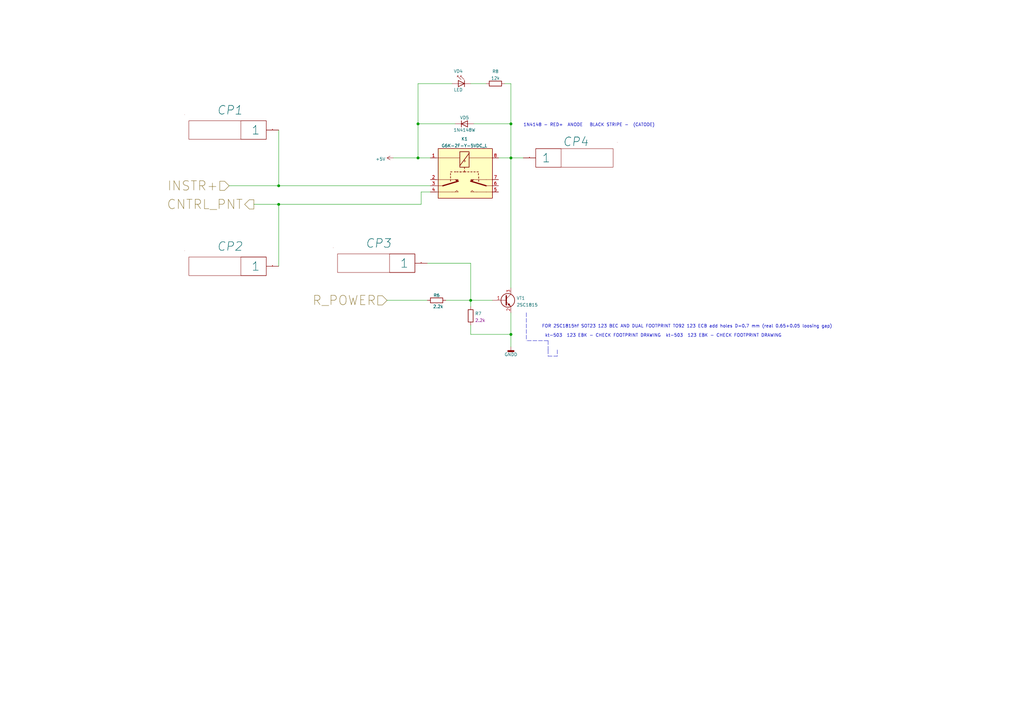
<source format=kicad_sch>
(kicad_sch (version 20210621) (generator eeschema)

  (uuid b1c3f166-4e03-4521-a05b-21af1db75cfa)

  (paper "A3")

  (title_block
    (title "Seebeck measurement system (longitudinally)")
    (comment 1 "RUST.ZM-12.402.01.00")
  )

  (lib_symbols
    (symbol "Diode:1N4148W" (pin_numbers hide) (pin_names (offset 1.016) hide) (in_bom yes) (on_board yes)
      (property "Reference" "D" (id 0) (at 0 2.54 0)
        (effects (font (size 1.27 1.27)))
      )
      (property "Value" "1N4148W" (id 1) (at 0 -2.54 0)
        (effects (font (size 1.27 1.27)))
      )
      (property "Footprint" "Diode_SMD:D_SOD-123" (id 2) (at 0 -4.445 0)
        (effects (font (size 1.27 1.27)) hide)
      )
      (property "Datasheet" "https://www.vishay.com/docs/85748/1n4148w.pdf" (id 3) (at 0 0 0)
        (effects (font (size 1.27 1.27)) hide)
      )
      (property "ki_keywords" "diode" (id 4) (at 0 0 0)
        (effects (font (size 1.27 1.27)) hide)
      )
      (property "ki_description" "75V 0.15A Fast Switching Diode, SOD-123" (id 5) (at 0 0 0)
        (effects (font (size 1.27 1.27)) hide)
      )
      (property "ki_fp_filters" "D*SOD?123*" (id 6) (at 0 0 0)
        (effects (font (size 1.27 1.27)) hide)
      )
      (symbol "1N4148W_0_1"
        (polyline
          (pts
            (xy -1.27 1.27)
            (xy -1.27 -1.27)
          )
          (stroke (width 0.254) (type default) (color 0 0 0 0))
          (fill (type none))
        )
        (polyline
          (pts
            (xy 1.27 0)
            (xy -1.27 0)
          )
          (stroke (width 0) (type default) (color 0 0 0 0))
          (fill (type none))
        )
        (polyline
          (pts
            (xy 1.27 1.27)
            (xy 1.27 -1.27)
            (xy -1.27 0)
            (xy 1.27 1.27)
          )
          (stroke (width 0.254) (type default) (color 0 0 0 0))
          (fill (type none))
        )
      )
      (symbol "1N4148W_1_1"
        (pin passive line (at -3.81 0 0) (length 2.54)
          (name "K" (effects (font (size 1.27 1.27))))
          (number "1" (effects (font (size 1.27 1.27))))
        )
        (pin passive line (at 3.81 0 180) (length 2.54)
          (name "A" (effects (font (size 1.27 1.27))))
          (number "2" (effects (font (size 1.27 1.27))))
        )
      )
    )
    (symbol "[LTM][Resistors][É1-12][0805][2012M][5]:R1-12-0,125-12kOhm-5%-M" (pin_numbers hide) (pin_names (offset 0) hide) (in_bom yes) (on_board yes)
      (property "Reference" "R" (id 0) (at 0 3.81 0)
        (effects (font (size 2.0066 2.0066) italic))
      )
      (property "Value" "R1-12-0,125-12kOhm-5%-M" (id 1) (at 1.27 82.55 0)
        (effects (font (size 2.54 2.54) italic) hide)
      )
      (property "Footprint" "[LTM][FP][Resistors]:[LTM][R][0805][2012M]" (id 2) (at 0 78.74 0)
        (effects (font (size 2.54 2.54) italic) hide)
      )
      (property "Datasheet" "LTM_DataSheet/Каталог_ОАО_НПО_ЭРКОН.pdf" (id 3) (at 0 74.93 0)
        (effects (font (size 2.54 2.54) italic) hide)
      )
      (property "ValueName" "12 к" (id 4) (at 0 -3.81 0)
        (effects (font (size 2.0066 2.0066) italic))
      )
      (property "ValueGroup" "Резисторы" (id 5) (at 0 71.12 0)
        (effects (font (size 2.54 2.54) italic) hide)
      )
      (property "ValueGOST" "Р1-12-0,125-12 кОм ±5%-М-\"А\"" (id 6) (at 0 67.31 0)
        (effects (font (size 2.54 2.54) italic) hide)
      )
      (property "ValueTU" "АЛЯР.434110.005 ТУ" (id 7) (at 0 63.5 0)
        (effects (font (size 2.54 2.54) italic) hide)
      )
      (property "ValueManufacturer" "ОАО НПО «ЭРКОН»" (id 8) (at 0 59.69 0)
        (effects (font (size 2.54 2.54) italic) hide)
      )
      (property "ValueTemp_1" "АЛЯР.434110.005 ТУ" (id 9) (at 0 55.88 0)
        (effects (font (size 2.54 2.54) italic) hide)
      )
      (property "ValueSupplier" "ОАО НПО «ЭРКОН»" (id 10) (at 0 52.07 0)
        (effects (font (size 2.54 2.54) italic) hide)
      )
      (property "ValueAnalog" "SMD-0805-0,125Вт-12кОм±5%" (id 11) (at 0 48.26 0)
        (effects (font (size 2.54 2.54) italic) hide)
      )
      (property "ValueTemperature" "от минус 60 ⁰C до + 155 ⁰C" (id 12) (at 0 44.45 0)
        (effects (font (size 2.54 2.54) italic) hide)
      )
      (property "ValueNote" "-" (id 13) (at 0 40.64 0)
        (effects (font (size 2.54 2.54) italic) hide)
      )
      (property "ValueTemp_2" "-" (id 14) (at 0 38.1 0)
        (effects (font (size 2.54 2.54) italic) hide)
      )
      (property "ValueTemp_3" "-" (id 15) (at 0 35.56 0)
        (effects (font (size 2.54 2.54) italic) hide)
      )
      (property "ValueTemp_4" "-" (id 16) (at 0 33.02 0)
        (effects (font (size 2.54 2.54) italic) hide)
      )
      (property "ValueTemp_5" "-" (id 17) (at 0 30.48 0)
        (effects (font (size 2.54 2.54) italic) hide)
      )
      (property "ValueR" "12000" (id 18) (at 0 27.94 0)
        (effects (font (size 2.54 2.54) italic) hide)
      )
      (property "ki_description" "Резистор керамический толстопленочный" (id 19) (at 0 0 0)
        (effects (font (size 1.27 1.27)) hide)
      )
      (property "ki_fp_filters" "[LTM][R]* R_*" (id 20) (at 0 0 0)
        (effects (font (size 1.27 1.27)) hide)
      )
      (symbol "R1-12-0,125-12kOhm-5%-M_0_1"
        (rectangle (start -5.08 1.905) (end 5.08 -1.905)
          (stroke (width 0) (type default) (color 0 0 0 0))
          (fill (type none))
        )
      )
      (symbol "R1-12-0,125-12kOhm-5%-M_1_1"
        (pin passive line (at -10.16 0 0) (length 5.08)
          (name "~" (effects (font (size 2.54 2.54))))
          (number "1" (effects (font (size 2.54 2.54))))
        )
        (pin passive line (at 10.16 0 180) (length 5.08)
          (name "~" (effects (font (size 2.54 2.54))))
          (number "2" (effects (font (size 2.54 2.54))))
        )
      )
    )
    (symbol "[LTM][Resistors][É1-12][0805][2012M][5]:R1-12-0,125-2,2kOhm-5%-M" (pin_numbers hide) (pin_names (offset 0) hide) (in_bom yes) (on_board yes)
      (property "Reference" "R" (id 0) (at 0 3.81 0)
        (effects (font (size 2.0066 2.0066) italic))
      )
      (property "Value" "R1-12-0,125-2,2kOhm-5%-M" (id 1) (at 1.27 82.55 0)
        (effects (font (size 2.54 2.54) italic) hide)
      )
      (property "Footprint" "[LTM][FP][Resistors]:[LTM][R][0805][2012M]" (id 2) (at 0 78.74 0)
        (effects (font (size 2.54 2.54) italic) hide)
      )
      (property "Datasheet" "LTM_DataSheet/Каталог_ОАО_НПО_ЭРКОН.pdf" (id 3) (at 0 74.93 0)
        (effects (font (size 2.54 2.54) italic) hide)
      )
      (property "ValueName" "2,2 к" (id 4) (at 0 -3.81 0)
        (effects (font (size 2.0066 2.0066) italic))
      )
      (property "ValueGroup" "Резисторы" (id 5) (at 0 71.12 0)
        (effects (font (size 2.54 2.54) italic) hide)
      )
      (property "ValueGOST" "Р1-12-0,125-2,2 кОм ±5%-М-\"А\"" (id 6) (at 0 67.31 0)
        (effects (font (size 2.54 2.54) italic) hide)
      )
      (property "ValueTU" "АЛЯР.434110.005 ТУ" (id 7) (at 0 63.5 0)
        (effects (font (size 2.54 2.54) italic) hide)
      )
      (property "ValueManufacturer" "ОАО НПО «ЭРКОН»" (id 8) (at 0 59.69 0)
        (effects (font (size 2.54 2.54) italic) hide)
      )
      (property "ValueTemp_1" "АЛЯР.434110.005 ТУ" (id 9) (at 0 55.88 0)
        (effects (font (size 2.54 2.54) italic) hide)
      )
      (property "ValueSupplier" "ОАО НПО «ЭРКОН»" (id 10) (at 0 52.07 0)
        (effects (font (size 2.54 2.54) italic) hide)
      )
      (property "ValueAnalog" "SMD-0805-0,125Вт-2,2кОм±5%" (id 11) (at 0 48.26 0)
        (effects (font (size 2.54 2.54) italic) hide)
      )
      (property "ValueTemperature" "от минус 60 ⁰C до + 155 ⁰C" (id 12) (at 0 44.45 0)
        (effects (font (size 2.54 2.54) italic) hide)
      )
      (property "ValueNote" "-" (id 13) (at 0 40.64 0)
        (effects (font (size 2.54 2.54) italic) hide)
      )
      (property "ValueTemp_2" "-" (id 14) (at 0 38.1 0)
        (effects (font (size 2.54 2.54) italic) hide)
      )
      (property "ValueTemp_3" "-" (id 15) (at 0 35.56 0)
        (effects (font (size 2.54 2.54) italic) hide)
      )
      (property "ValueTemp_4" "-" (id 16) (at 0 33.02 0)
        (effects (font (size 2.54 2.54) italic) hide)
      )
      (property "ValueTemp_5" "-" (id 17) (at 0 30.48 0)
        (effects (font (size 2.54 2.54) italic) hide)
      )
      (property "ValueR" "2200" (id 18) (at 0 27.94 0)
        (effects (font (size 2.54 2.54) italic) hide)
      )
      (property "ki_description" "Резистор керамический толстопленочный" (id 19) (at 0 0 0)
        (effects (font (size 1.27 1.27)) hide)
      )
      (property "ki_fp_filters" "[LTM][R]* R_*" (id 20) (at 0 0 0)
        (effects (font (size 1.27 1.27)) hide)
      )
      (symbol "R1-12-0,125-2,2kOhm-5%-M_0_1"
        (rectangle (start -5.08 1.905) (end 5.08 -1.905)
          (stroke (width 0) (type default) (color 0 0 0 0))
          (fill (type none))
        )
      )
      (symbol "R1-12-0,125-2,2kOhm-5%-M_1_1"
        (pin passive line (at -10.16 0 0) (length 5.08)
          (name "~" (effects (font (size 2.54 2.54))))
          (number "1" (effects (font (size 2.54 2.54))))
        )
        (pin passive line (at 10.16 0 180) (length 5.08)
          (name "~" (effects (font (size 2.54 2.54))))
          (number "2" (effects (font (size 2.54 2.54))))
        )
      )
    )
    (symbol "my_Library:12k" (pin_numbers hide) (pin_names (offset 0)) (in_bom yes) (on_board yes)
      (property "Reference" "R" (id 0) (at 0 2.032 0)
        (effects (font (size 1.27 1.27)))
      )
      (property "Value" "12k" (id 1) (at 0.635 -2.54 0)
        (effects (font (size 1.27 1.27)))
      )
      (property "Footprint" "my_Library_ftprint:R_0805_2012Metric" (id 2) (at 0 -1.778 0)
        (effects (font (size 1.27 1.27)) hide)
      )
      (property "Datasheet" "~" (id 3) (at 0 0 90)
        (effects (font (size 1.27 1.27)) hide)
      )
      (property "ki_keywords" "R res resistor" (id 4) (at 0 0 0)
        (effects (font (size 1.27 1.27)) hide)
      )
      (property "ki_description" "Resistor" (id 5) (at 0 0 0)
        (effects (font (size 1.27 1.27)) hide)
      )
      (property "ki_fp_filters" "R_*" (id 6) (at 0 0 0)
        (effects (font (size 1.27 1.27)) hide)
      )
      (symbol "12k_0_1"
        (rectangle (start 2.54 -1.016) (end -2.54 1.016)
          (stroke (width 0.254) (type default) (color 0 0 0 0))
          (fill (type none))
        )
      )
      (symbol "12k_1_1"
        (pin passive line (at -3.81 0 0) (length 1.27)
          (name "~" (effects (font (size 1.27 1.27))))
          (number "1" (effects (font (size 1.27 1.27))))
        )
        (pin passive line (at 3.81 0 180) (length 1.27)
          (name "~" (effects (font (size 1.27 1.27))))
          (number "2" (effects (font (size 1.27 1.27))))
        )
      )
    )
    (symbol "my_Library:1N4148W" (pin_numbers hide) (pin_names (offset 1.016) hide) (in_bom yes) (on_board yes)
      (property "Reference" "VD" (id 0) (at 0 2.54 0)
        (effects (font (size 1.27 1.27)))
      )
      (property "Value" "1N4148W" (id 1) (at 0 -2.54 0)
        (effects (font (size 1.27 1.27)))
      )
      (property "Footprint" "my_Library_ftprint:D_SOD-123" (id 2) (at 0 -4.445 0)
        (effects (font (size 1.27 1.27)) hide)
      )
      (property "Datasheet" "https://assets.nexperia.com/documents/data-sheet/1N4148_1N4448.pdf" (id 3) (at 0 0 0)
        (effects (font (size 1.27 1.27)) hide)
      )
      (property "ki_keywords" "diode" (id 4) (at 0 0 0)
        (effects (font (size 1.27 1.27)) hide)
      )
      (property "ki_description" "100V 0.15A standard switching diode, DO-35" (id 5) (at 0 0 0)
        (effects (font (size 1.27 1.27)) hide)
      )
      (property "ki_fp_filters" "D*DO?35*" (id 6) (at 0 0 0)
        (effects (font (size 1.27 1.27)) hide)
      )
      (symbol "1N4148W_0_1"
        (polyline
          (pts
            (xy -1.27 1.27)
            (xy -1.27 -1.27)
          )
          (stroke (width 0.254) (type default) (color 0 0 0 0))
          (fill (type none))
        )
        (polyline
          (pts
            (xy 1.27 0)
            (xy -1.27 0)
          )
          (stroke (width 0) (type default) (color 0 0 0 0))
          (fill (type none))
        )
        (polyline
          (pts
            (xy 1.27 1.27)
            (xy 1.27 -1.27)
            (xy -1.27 0)
            (xy 1.27 1.27)
          )
          (stroke (width 0.254) (type default) (color 0 0 0 0))
          (fill (type none))
        )
      )
      (symbol "1N4148W_1_1"
        (pin passive line (at -3.81 0 0) (length 2.54)
          (name "K" (effects (font (size 1.27 1.27))))
          (number "1" (effects (font (size 1.27 1.27))))
        )
        (pin passive line (at 3.81 0 180) (length 2.54)
          (name "A" (effects (font (size 1.27 1.27))))
          (number "2" (effects (font (size 1.27 1.27))))
        )
      )
    )
    (symbol "my_Library:2.2k" (pin_numbers hide) (pin_names (offset 0)) (in_bom yes) (on_board yes)
      (property "Reference" "R" (id 0) (at 0 2.032 0)
        (effects (font (size 1.27 1.27)))
      )
      (property "Value" "2.2k" (id 1) (at 0.635 -2.54 0)
        (effects (font (size 1.27 1.27)))
      )
      (property "Footprint" "my_Library_ftprint:R_0805_2012Metric" (id 2) (at 0 -1.778 0)
        (effects (font (size 1.27 1.27)) hide)
      )
      (property "Datasheet" "~" (id 3) (at 0 0 90)
        (effects (font (size 1.27 1.27)) hide)
      )
      (property "ki_keywords" "R res resistor" (id 4) (at 0 0 0)
        (effects (font (size 1.27 1.27)) hide)
      )
      (property "ki_description" "Resistor" (id 5) (at 0 0 0)
        (effects (font (size 1.27 1.27)) hide)
      )
      (property "ki_fp_filters" "R_*" (id 6) (at 0 0 0)
        (effects (font (size 1.27 1.27)) hide)
      )
      (symbol "2.2k_0_1"
        (rectangle (start 2.54 -1.016) (end -2.54 1.016)
          (stroke (width 0.254) (type default) (color 0 0 0 0))
          (fill (type none))
        )
      )
      (symbol "2.2k_1_1"
        (pin passive line (at -3.81 0 0) (length 1.27)
          (name "~" (effects (font (size 1.27 1.27))))
          (number "1" (effects (font (size 1.27 1.27))))
        )
        (pin passive line (at 3.81 0 180) (length 1.27)
          (name "~" (effects (font (size 1.27 1.27))))
          (number "2" (effects (font (size 1.27 1.27))))
        )
      )
    )
    (symbol "my_Library:2.2kvert" (pin_numbers hide) (pin_names (offset 0)) (in_bom yes) (on_board yes)
      (property "Reference" "R" (id 0) (at 3.175 1.905 0)
        (effects (font (size 1.27 1.27)))
      )
      (property "Value" "2.2kvert" (id 1) (at -7.62 0 0)
        (effects (font (size 1.27 1.27)) hide)
      )
      (property "Footprint" "my_Library_ftprint:R_0805_2012Metric" (id 2) (at -1.778 0 90)
        (effects (font (size 1.27 1.27)) hide)
      )
      (property "Datasheet" "~" (id 3) (at 0 0 0)
        (effects (font (size 1.27 1.27)) hide)
      )
      (property "volume" "2.2k" (id 4) (at 3.81 -1.27 0)
        (effects (font (size 1.27 1.27)))
      )
      (property "Field5" "" (id 5) (at 0 0 0)
        (effects (font (size 1.27 1.27)))
      )
      (property "ki_keywords" "R res resistor" (id 6) (at 0 0 0)
        (effects (font (size 1.27 1.27)) hide)
      )
      (property "ki_description" "Resistor" (id 7) (at 0 0 0)
        (effects (font (size 1.27 1.27)) hide)
      )
      (property "ki_fp_filters" "R_*" (id 8) (at 0 0 0)
        (effects (font (size 1.27 1.27)) hide)
      )
      (symbol "2.2kvert_0_1"
        (rectangle (start -1.016 -2.54) (end 1.016 2.54)
          (stroke (width 0.254) (type default) (color 0 0 0 0))
          (fill (type none))
        )
      )
      (symbol "2.2kvert_1_1"
        (pin passive line (at 0 3.81 270) (length 1.27)
          (name "~" (effects (font (size 1.27 1.27))))
          (number "1" (effects (font (size 1.27 1.27))))
        )
        (pin passive line (at 0 -3.81 90) (length 1.27)
          (name "~" (effects (font (size 1.27 1.27))))
          (number "2" (effects (font (size 1.27 1.27))))
        )
      )
    )
    (symbol "my_Library:2SC1815" (pin_names (offset 0) hide) (in_bom yes) (on_board yes)
      (property "Reference" "VT" (id 0) (at 5.08 1.905 0)
        (effects (font (size 1.27 1.27)) (justify left))
      )
      (property "Value" "2SC1815" (id 1) (at 5.08 0 0)
        (effects (font (size 1.27 1.27)) (justify left))
      )
      (property "Footprint" "my_Library_ftprint:SOT-23_MY_C_E_Silk" (id 2) (at 5.08 -1.905 0)
        (effects (font (size 1.27 1.27) italic) (justify left) hide)
      )
      (property "Datasheet" "https://media.digikey.com/pdf/Data%20Sheets/Toshiba%20PDFs/2SC1815.pdf" (id 3) (at 0 0 0)
        (effects (font (size 1.27 1.27)) (justify left) hide)
      )
      (property "ki_keywords" "Low Noise Audio NPN Transistor" (id 4) (at 0 0 0)
        (effects (font (size 1.27 1.27)) hide)
      )
      (property "ki_description" "0.15A Ic, 50V Vce, Low Noise Audio NPN Transistor, TO-92" (id 5) (at 0 0 0)
        (effects (font (size 1.27 1.27)) hide)
      )
      (property "ki_fp_filters" "TO?92*" (id 6) (at 0 0 0)
        (effects (font (size 1.27 1.27)) hide)
      )
      (symbol "2SC1815_0_1"
        (polyline
          (pts
            (xy 0 0)
            (xy 0.508 0)
          )
          (stroke (width 0) (type default) (color 0 0 0 0))
          (fill (type none))
        )
        (polyline
          (pts
            (xy 0.635 0.635)
            (xy 2.54 2.54)
          )
          (stroke (width 0) (type default) (color 0 0 0 0))
          (fill (type none))
        )
        (polyline
          (pts
            (xy 0.635 -0.635)
            (xy 2.54 -2.54)
            (xy 2.54 -2.54)
          )
          (stroke (width 0) (type default) (color 0 0 0 0))
          (fill (type none))
        )
        (polyline
          (pts
            (xy 0.635 1.905)
            (xy 0.635 -1.905)
            (xy 0.635 -1.905)
          )
          (stroke (width 0.508) (type default) (color 0 0 0 0))
          (fill (type none))
        )
        (polyline
          (pts
            (xy 1.27 -1.778)
            (xy 1.778 -1.27)
            (xy 2.286 -2.286)
            (xy 1.27 -1.778)
            (xy 1.27 -1.778)
          )
          (stroke (width 0) (type default) (color 0 0 0 0))
          (fill (type outline))
        )
        (circle (center 1.27 0) (radius 2.8194) (stroke (width 0.254))           (stroke (width 0.254) (type default) (color 0 0 0 0))
          (fill (type none))
        )
      )
      (symbol "2SC1815_1_1"
        (pin input line (at -5.08 0 0) (length 5.08)
          (name "B" (effects (font (size 1.27 1.27))))
          (number "1" (effects (font (size 1.27 1.27))))
        )
        (pin passive line (at 2.54 -5.08 90) (length 2.54)
          (name "E" (effects (font (size 1.27 1.27))))
          (number "2" (effects (font (size 1.27 1.27))))
        )
        (pin passive line (at 2.54 5.08 270) (length 2.54)
          (name "C" (effects (font (size 1.27 1.27))))
          (number "3" (effects (font (size 1.27 1.27))))
        )
      )
    )
    (symbol "my_Library:2SC1815_SOT_23" (pin_names (offset 0) hide) (in_bom yes) (on_board yes)
      (property "Reference" "Q" (id 0) (at 5.08 1.905 0)
        (effects (font (size 1.27 1.27)) (justify left))
      )
      (property "Value" "2SC1815_SOT_23" (id 1) (at 5.08 0 0)
        (effects (font (size 1.27 1.27)) (justify left))
      )
      (property "Footprint" "Package_TO_SOT_SMD:SOT-23" (id 2) (at 5.08 -1.905 0)
        (effects (font (size 1.27 1.27) italic) (justify left) hide)
      )
      (property "Datasheet" "https://media.digikey.com/pdf/Data%20Sheets/Toshiba%20PDFs/2SC1815.pdf" (id 3) (at 0 0 0)
        (effects (font (size 1.27 1.27)) (justify left) hide)
      )
      (property "ki_keywords" "Low Noise Audio NPN Transistor" (id 4) (at 0 0 0)
        (effects (font (size 1.27 1.27)) hide)
      )
      (property "ki_description" "0.15A Ic, 50V Vce, Low Noise Audio NPN Transistor, TO-92/SOT23" (id 5) (at 0 0 0)
        (effects (font (size 1.27 1.27)) hide)
      )
      (property "ki_fp_filters" "TO?92*" (id 6) (at 0 0 0)
        (effects (font (size 1.27 1.27)) hide)
      )
      (symbol "2SC1815_SOT_23_0_1"
        (polyline
          (pts
            (xy 0 0)
            (xy 0.508 0)
          )
          (stroke (width 0) (type default) (color 0 0 0 0))
          (fill (type none))
        )
        (polyline
          (pts
            (xy 0.635 0.635)
            (xy 2.54 2.54)
          )
          (stroke (width 0) (type default) (color 0 0 0 0))
          (fill (type none))
        )
        (polyline
          (pts
            (xy 0.635 -0.635)
            (xy 2.54 -2.54)
            (xy 2.54 -2.54)
          )
          (stroke (width 0) (type default) (color 0 0 0 0))
          (fill (type none))
        )
        (polyline
          (pts
            (xy 0.635 1.905)
            (xy 0.635 -1.905)
            (xy 0.635 -1.905)
          )
          (stroke (width 0.508) (type default) (color 0 0 0 0))
          (fill (type none))
        )
        (polyline
          (pts
            (xy 1.27 -1.778)
            (xy 1.778 -1.27)
            (xy 2.286 -2.286)
            (xy 1.27 -1.778)
            (xy 1.27 -1.778)
          )
          (stroke (width 0) (type default) (color 0 0 0 0))
          (fill (type outline))
        )
        (circle (center 1.27 0) (radius 2.8194) (stroke (width 0.254))           (stroke (width 0.254) (type default) (color 0 0 0 0))
          (fill (type none))
        )
      )
      (symbol "2SC1815_SOT_23_1_1"
        (pin input line (at -5.08 0 0) (length 5.08)
          (name "1" (effects (font (size 1.27 1.27))))
          (number "1" (effects (font (size 1.27 1.27))))
        )
        (pin passive line (at 2.54 -5.08 90) (length 2.54)
          (name "E" (effects (font (size 1.27 1.27))))
          (number "2" (effects (font (size 1.27 1.27))))
        )
        (pin passive line (at 2.54 5.08 270) (length 2.54)
          (name "C" (effects (font (size 1.27 1.27))))
          (number "3" (effects (font (size 1.27 1.27))))
        )
      )
    )
    (symbol "my_Library:CP" (pin_numbers hide) (pin_names (offset 0) hide) (in_bom yes) (on_board yes)
      (property "Reference" "CP?" (id 0) (at -16.51 5.08 0)
        (effects (font (size 2.0066 2.0066) italic))
      )
      (property "Value" "CP" (id 1) (at -101.6 0 0)
        (effects (font (size 2.0066 2.0066) italic) hide)
      )
      (property "Footprint" "[LTM][FP][Connectors][SNP346]:[LTM][X][1x01][P2.54mm][V][PH]" (id 2) (at -101.6 -2.54 0)
        (effects (font (size 2.0066 2.0066) italic) hide)
      )
      (property "Datasheet" "C:/Program Files/KiCad/share/LTM_DataSheet/Каталог_АО_Электродеталь.pdf" (id 3) (at -101.6 -5.08 0)
        (effects (font (size 2.0066 2.0066) italic) hide)
      )
      (property "ValueName" "Вилка СНП346-1ВП22-1" (id 4) (at -17.5895 13.097 0)
        (effects (font (size 2.0066 2.0066) italic) hide)
      )
      (property "ValueGroup" "Соединители" (id 5) (at -101.6 -7.62 0)
        (effects (font (size 2.0066 2.0066) italic) hide)
      )
      (property "ValueGOST" "Вилка СНП346-1ВП22-1" (id 6) (at -101.6 -10.16 0)
        (effects (font (size 2.0066 2.0066) italic) hide)
      )
      (property "ValueTU" "РЮМК.430420.011ТУ" (id 7) (at -101.6 -12.7 0)
        (effects (font (size 2.0066 2.0066) italic) hide)
      )
      (property "ValueManufacturer" "ф. АО «Электродеталь»" (id 8) (at -101.6 -15.24 0)
        (effects (font (size 2.0066 2.0066) italic) hide)
      )
      (property "ValueTemp_1" "РЮМК.430420.011ТУ" (id 9) (at -101.6 -17.78 0)
        (effects (font (size 2.0066 2.0066) italic) hide)
      )
      (property "ValueSupplier" "ф. АО «Электродеталь»" (id 10) (at -101.6 -20.32 0)
        (effects (font (size 2.0066 2.0066) italic) hide)
      )
      (property "ValueAnalog" "PLS-1" (id 11) (at -101.6 -22.86 0)
        (effects (font (size 2.0066 2.0066) italic) hide)
      )
      (property "ValueTemperature" "от минус 60 ⁰C до + 85 ⁰C" (id 12) (at -101.6 -25.4 0)
        (effects (font (size 2.0066 2.0066) italic) hide)
      )
      (property "ValueNote" "-" (id 13) (at -101.6 -27.94 0)
        (effects (font (size 2.0066 2.0066) italic) hide)
      )
      (property "ValueTemp_2" "-" (id 14) (at -101.6 -30.48 0)
        (effects (font (size 2.0066 2.0066) italic) hide)
      )
      (property "ValueTemp_3" "-" (id 15) (at -101.6 -33.02 0)
        (effects (font (size 2.0066 2.0066) italic) hide)
      )
      (property "ValueTemp_4" "-" (id 16) (at -101.6 -35.56 0)
        (effects (font (size 2.0066 2.0066) italic) hide)
      )
      (property "ValueTemp_5" "-" (id 17) (at -101.6 -38.1 0)
        (effects (font (size 2.0066 2.0066) italic) hide)
      )
      (property "PIN1" "1" (id 18) (at -17.5895 8.86 0)
        (effects (font (size 2.0066 2.0066) italic) hide)
      )
      (property "ki_keywords" "СНП346, PLS" (id 19) (at 0 0 0)
        (effects (font (size 1.27 1.27)) hide)
      )
      (property "ki_description" "Вилка на плату прямая однорядная, шаг = 2,54 мм" (id 20) (at 0 0 0)
        (effects (font (size 1.27 1.27)) hide)
      )
      (property "ki_fp_filters" "*[LTM][FP][Connectors][SNP346]:[LTM][X]*" (id 21) (at 0 0 0)
        (effects (font (size 1.27 1.27)) hide)
      )
      (symbol "CP_0_0"
        (rectangle (start -35.56 2.54) (end -5.08 -2.54)
          (stroke (width 0) (type default) (color 0 0 0 0))
          (fill (type none))
        )
        (polyline
          (pts
            (xy -35.56 2.54)
            (xy -5.08 2.54)
          )
          (stroke (width 0) (type default) (color 0 0 0 0))
          (fill (type none))
        )
        (polyline
          (pts
            (xy -15.24 2.54)
            (xy -15.24 -2.54)
          )
          (stroke (width 0) (type default) (color 0 0 0 0))
          (fill (type none))
        )
      )
      (symbol "CP_1_1"
        (text "1" (at -10.414 0 0)
          (effects (font (size 2.0066 2.0066) italic))
        )
        (pin passive line (at 0 0 180) (length 5.08)
          (name "1" (effects (font (size 2.0066 2.0066))))
          (number "1" (effects (font (size 2.0066 2.0066))))
        )
      )
    )
    (symbol "my_Library:CP_L" (pin_names (offset 2.54)) (in_bom yes) (on_board yes)
      (property "Reference" "CP" (id 0) (at -21.336 7.874 0)
        (effects (font (size 3.556 3.556) italic))
      )
      (property "Value" "CP_L" (id 1) (at -101.6 0 0)
        (effects (font (size 2.0066 2.0066) italic) hide)
      )
      (property "Footprint" "my_Library_ftprint:PinHeader_1x01_P2.54mm_Vertical" (id 2) (at -101.6 -2.54 0)
        (effects (font (size 2.0066 2.0066) italic) hide)
      )
      (property "Datasheet" "" (id 3) (at -101.6 -5.08 0)
        (effects (font (size 2.0066 2.0066) italic) hide)
      )
      (property "ValueName" "ВИЛКА НА ПЛАТУ 2.5 ММ ШАГ" (id 4) (at -21.336 -23.622 0)
        (effects (font (size 2.0066 2.0066) italic) hide)
      )
      (property "ValueGroup" "Соединители" (id 5) (at -101.6 -7.62 0)
        (effects (font (size 2.0066 2.0066) italic) hide)
      )
      (property "ValueGOST" "розетка СНП346-5PП21-1" (id 6) (at -101.6 -10.16 0)
        (effects (font (size 2.0066 2.0066) italic) hide)
      )
      (property "ValueTU" "РЮМК.430420.011ТУ" (id 7) (at -101.6 -12.7 0)
        (effects (font (size 2.0066 2.0066) italic) hide)
      )
      (property "ValueManufacturer" "ф. АО «Электродеталь»" (id 8) (at -101.6 -15.24 0)
        (effects (font (size 2.0066 2.0066) italic) hide)
      )
      (property "ValueTemp_1" "РЮМК.430420.011ТУ" (id 9) (at -101.6 -17.78 0)
        (effects (font (size 2.0066 2.0066) italic) hide)
      )
      (property "ValueSupplier" "ф. АО «Электродеталь»" (id 10) (at -101.6 -20.32 0)
        (effects (font (size 2.0066 2.0066) italic) hide)
      )
      (property "ValueAnalog" "PLD-10 DS-1021" (id 11) (at -101.6 -22.86 0)
        (effects (font (size 2.0066 2.0066) italic) hide)
      )
      (property "ValueTemperature" "от минус 60 ⁰C до + 85 ⁰C" (id 12) (at -101.6 -25.4 0)
        (effects (font (size 2.0066 2.0066) italic) hide)
      )
      (property "ValueNote" "-" (id 13) (at -101.6 -27.94 0)
        (effects (font (size 2.0066 2.0066) italic) hide)
      )
      (property "ValueTemp_2" "-" (id 14) (at -101.6 -30.48 0)
        (effects (font (size 2.0066 2.0066) italic) hide)
      )
      (property "ValueTemp_3" "-" (id 15) (at -101.6 -33.02 0)
        (effects (font (size 2.0066 2.0066) italic) hide)
      )
      (property "ValueTemp_4" "-" (id 16) (at -101.6 -35.56 0)
        (effects (font (size 2.0066 2.0066) italic) hide)
      )
      (property "ValueTemp_5" "-" (id 17) (at -101.6 -38.1 0)
        (effects (font (size 2.0066 2.0066) italic) hide)
      )
      (property "PIN1" "  " (id 18) (at -12.6362 37.9594 0)
        (effects (font (size 2.0066 2.0066) italic))
      )
      (property "PIN2" "   " (id 19) (at -12.6362 33.7224 0)
        (effects (font (size 2.0066 2.0066) italic))
      )
      (property "PIN3" " " (id 20) (at -12.6362 29.4854 0)
        (effects (font (size 2.0066 2.0066) italic))
      )
      (property "PIN4" "  " (id 21) (at -12.6362 25.2484 0)
        (effects (font (size 2.0066 2.0066) italic))
      )
      (property "PIN5" " " (id 22) (at -12.6362 21.0114 0)
        (effects (font (size 2.0066 2.0066) italic))
      )
      (property "ki_fp_filters" "[LTM][FP][Connectors][SNP346]:[LTM][X]*" (id 23) (at 0 0 0)
        (effects (font (size 1.27 1.27)) hide)
      )
      (symbol "CP_L_0_0"
        (pin passive line (at 0 0 180) (length 5.08)
          (name "1" (effects (font (size 3.556 3.556))))
          (number "1" (effects (font (size 0.0254 0.0254))))
        )
      )
      (symbol "CP_L_1_1"
        (rectangle (start -38.608 6.35) (end -38.608 6.35)
          (stroke (width 0) (type default) (color 0 0 0 0))
          (fill (type none))
        )
        (rectangle (start -36.83 3.81) (end -5.08 -3.81)
          (stroke (width 0) (type default) (color 0 0 0 0))
          (fill (type none))
        )
        (rectangle (start -15.494 3.81) (end -5.08 -3.81)
          (stroke (width 0) (type default) (color 0 0 0 0))
          (fill (type none))
        )
        (text " " (at 9.906 -12.7 0)
          (effects (font (size 2.0066 2.0066) italic))
        )
        (text " " (at 9.906 -7.62 0)
          (effects (font (size 2.0066 2.0066) italic))
        )
        (text " " (at 9.906 -2.54 0)
          (effects (font (size 2.0066 2.0066) italic))
        )
        (text " " (at 9.906 2.54 0)
          (effects (font (size 2.0066 2.0066) italic))
        )
        (text " " (at 9.906 17.78 0)
          (effects (font (size 2.0066 2.0066) italic))
        )
        (text " " (at 12.446 -34.29 0)
          (effects (font (size 2.0066 2.0066) italic))
        )
        (text " " (at 12.446 -29.21 0)
          (effects (font (size 2.0066 2.0066) italic))
        )
        (text " " (at 12.446 -24.13 0)
          (effects (font (size 2.0066 2.0066) italic))
        )
      )
    )
    (symbol "my_Library:CP_R" (pin_names (offset 2.54)) (in_bom yes) (on_board yes)
      (property "Reference" "CP" (id 0) (at -21.336 7.874 0)
        (effects (font (size 3.556 3.556) italic))
      )
      (property "Value" "CP_R" (id 1) (at -101.6 0 0)
        (effects (font (size 2.0066 2.0066) italic) hide)
      )
      (property "Footprint" "my_Library_ftprint:PinHeader_1x01_P2.54mm_Vertical" (id 2) (at -101.6 -2.54 0)
        (effects (font (size 2.0066 2.0066) italic) hide)
      )
      (property "Datasheet" "" (id 3) (at -101.6 -5.08 0)
        (effects (font (size 2.0066 2.0066) italic) hide)
      )
      (property "ValueName" "ВИЛКА НА ПЛАТУ 2.5 ММ ШАГ" (id 4) (at -21.336 -23.622 0)
        (effects (font (size 2.0066 2.0066) italic) hide)
      )
      (property "ValueGroup" "Соединители" (id 5) (at -101.6 -7.62 0)
        (effects (font (size 2.0066 2.0066) italic) hide)
      )
      (property "ValueGOST" "розетка СНП346-5PП21-1" (id 6) (at -101.6 -10.16 0)
        (effects (font (size 2.0066 2.0066) italic) hide)
      )
      (property "ValueTU" "РЮМК.430420.011ТУ" (id 7) (at -101.6 -12.7 0)
        (effects (font (size 2.0066 2.0066) italic) hide)
      )
      (property "ValueManufacturer" "ф. АО «Электродеталь»" (id 8) (at -101.6 -15.24 0)
        (effects (font (size 2.0066 2.0066) italic) hide)
      )
      (property "ValueTemp_1" "РЮМК.430420.011ТУ" (id 9) (at -101.6 -17.78 0)
        (effects (font (size 2.0066 2.0066) italic) hide)
      )
      (property "ValueSupplier" "ф. АО «Электродеталь»" (id 10) (at -101.6 -20.32 0)
        (effects (font (size 2.0066 2.0066) italic) hide)
      )
      (property "ValueAnalog" "PLD-10 DS-1021" (id 11) (at -101.6 -22.86 0)
        (effects (font (size 2.0066 2.0066) italic) hide)
      )
      (property "ValueTemperature" "от минус 60 ⁰C до + 85 ⁰C" (id 12) (at -101.6 -25.4 0)
        (effects (font (size 2.0066 2.0066) italic) hide)
      )
      (property "ValueNote" "-" (id 13) (at -101.6 -27.94 0)
        (effects (font (size 2.0066 2.0066) italic) hide)
      )
      (property "ValueTemp_2" "-" (id 14) (at -101.6 -30.48 0)
        (effects (font (size 2.0066 2.0066) italic) hide)
      )
      (property "ValueTemp_3" "-" (id 15) (at -101.6 -33.02 0)
        (effects (font (size 2.0066 2.0066) italic) hide)
      )
      (property "ValueTemp_4" "-" (id 16) (at -101.6 -35.56 0)
        (effects (font (size 2.0066 2.0066) italic) hide)
      )
      (property "ValueTemp_5" "-" (id 17) (at -101.6 -38.1 0)
        (effects (font (size 2.0066 2.0066) italic) hide)
      )
      (property "PIN1" "  " (id 18) (at -12.6362 37.9594 0)
        (effects (font (size 2.0066 2.0066) italic))
      )
      (property "PIN2" "   " (id 19) (at -12.6362 33.7224 0)
        (effects (font (size 2.0066 2.0066) italic))
      )
      (property "PIN3" " " (id 20) (at -12.6362 29.4854 0)
        (effects (font (size 2.0066 2.0066) italic))
      )
      (property "PIN4" "  " (id 21) (at -12.6362 25.2484 0)
        (effects (font (size 2.0066 2.0066) italic))
      )
      (property "PIN5" " " (id 22) (at -12.6362 21.0114 0)
        (effects (font (size 2.0066 2.0066) italic))
      )
      (property "ki_fp_filters" "[LTM][FP][Connectors][SNP346]:[LTM][X]*" (id 23) (at 0 0 0)
        (effects (font (size 1.27 1.27)) hide)
      )
      (symbol "CP_R_0_0"
        (pin passive line (at 0 0 180) (length 5.08)
          (name "1" (effects (font (size 3.556 3.556))))
          (number "1" (effects (font (size 0.0254 0.0254))))
        )
      )
      (symbol "CP_R_1_1"
        (rectangle (start -38.608 6.35) (end -38.608 6.35)
          (stroke (width 0) (type default) (color 0 0 0 0))
          (fill (type none))
        )
        (rectangle (start -36.83 3.81) (end -5.08 -3.81)
          (stroke (width 0) (type default) (color 0 0 0 0))
          (fill (type none))
        )
        (rectangle (start -15.494 3.81) (end -5.08 -3.81)
          (stroke (width 0) (type default) (color 0 0 0 0))
          (fill (type none))
        )
        (text " " (at 9.906 -12.7 0)
          (effects (font (size 2.0066 2.0066) italic))
        )
        (text " " (at 9.906 -7.62 0)
          (effects (font (size 2.0066 2.0066) italic))
        )
        (text " " (at 9.906 -2.54 0)
          (effects (font (size 2.0066 2.0066) italic))
        )
        (text " " (at 9.906 2.54 0)
          (effects (font (size 2.0066 2.0066) italic))
        )
        (text " " (at 9.906 17.78 0)
          (effects (font (size 2.0066 2.0066) italic))
        )
        (text " " (at 12.446 -34.29 0)
          (effects (font (size 2.0066 2.0066) italic))
        )
        (text " " (at 12.446 -29.21 0)
          (effects (font (size 2.0066 2.0066) italic))
        )
        (text " " (at 12.446 -24.13 0)
          (effects (font (size 2.0066 2.0066) italic))
        )
      )
    )
    (symbol "my_Library:G6K-2F-Y" (in_bom yes) (on_board yes)
      (property "Reference" "K" (id 0) (at 13.97 9.525 0)
        (effects (font (size 1.27 1.27)))
      )
      (property "Value" "G6K-2F-Y" (id 1) (at 14.605 -15.875 0)
        (effects (font (size 1.27 1.27)))
      )
      (property "Footprint" "Relay_SMD:Relay_DPDT_Omron_G6K-2F-Y" (id 2) (at -4.445 -19.685 0)
        (effects (font (size 1.27 1.27)) (justify left))
      )
      (property "Datasheet" "http://omronfs.omron.com/en_US/ecb/products/pdf/en-g6k.pdf" (id 3) (at 10.16 -34.925 0)
        (effects (font (size 1.27 1.27)) hide)
      )
      (property "ki_keywords" "Miniature Relay Dual Pole DPDT Omron" (id 4) (at 0 0 0)
        (effects (font (size 1.27 1.27)) hide)
      )
      (property "ki_description" "Miniature 2-pole relay, Single-side Stable" (id 5) (at 0 0 0)
        (effects (font (size 1.27 1.27)) hide)
      )
      (property "ki_fp_filters" "Relay*DPDT*Omron*G6K?2*" (id 6) (at 0 0 0)
        (effects (font (size 1.27 1.27)) hide)
      )
      (symbol "G6K-2F-Y_0_0"
        (text "+" (at 4.699 -0.889 900)
          (effects (font (size 1.27 1.27)))
        )
      )
      (symbol "G6K-2F-Y_0_1"
        (polyline
          (pts
            (xy 2.54 -12.7)
            (xy 9.525 -12.7)
          )
          (stroke (width 0.1524) (type default) (color 0 0 0 0))
          (fill (type none))
        )
        (polyline
          (pts
            (xy 2.54 0)
            (xy 5.715 0)
          )
          (stroke (width 0) (type default) (color 0 0 0 0))
          (fill (type none))
        )
        (polyline
          (pts
            (xy 5.08 -8.89)
            (xy 2.54 -8.89)
          )
          (stroke (width 0) (type default) (color 0 0 0 0))
          (fill (type none))
        )
        (polyline
          (pts
            (xy 5.08 -8.89)
            (xy 11.43 -5.715)
          )
          (stroke (width 0.508) (type default) (color 0 0 0 0))
          (fill (type none))
        )
        (polyline
          (pts
            (xy 5.715 0)
            (xy 8.89 0)
          )
          (stroke (width 0.1524) (type default) (color 0 0 0 0))
          (fill (type none))
        )
        (polyline
          (pts
            (xy 8.255 -6.985)
            (xy 8.255 -7.62)
          )
          (stroke (width 0.254) (type default) (color 0 0 0 0))
          (fill (type none))
        )
        (polyline
          (pts
            (xy 8.255 -5.715)
            (xy 8.255 -6.35)
          )
          (stroke (width 0.254) (type default) (color 0 0 0 0))
          (fill (type none))
        )
        (polyline
          (pts
            (xy 8.255 -4.445)
            (xy 8.255 -5.08)
          )
          (stroke (width 0.254) (type default) (color 0 0 0 0))
          (fill (type none))
        )
        (polyline
          (pts
            (xy 8.255 -4.445)
            (xy 8.89 -4.445)
          )
          (stroke (width 0.254) (type default) (color 0 0 0 0))
          (fill (type none))
        )
        (polyline
          (pts
            (xy 8.89 0)
            (xy 13.335 0)
          )
          (stroke (width 0.1524) (type default) (color 0 0 0 0))
          (fill (type none))
        )
        (polyline
          (pts
            (xy 9.525 -5.08)
            (xy 2.54 -5.08)
          )
          (stroke (width 0.1524) (type default) (color 0 0 0 0))
          (fill (type none))
        )
        (polyline
          (pts
            (xy 9.525 -4.445)
            (xy 10.16 -4.445)
          )
          (stroke (width 0.254) (type default) (color 0 0 0 0))
          (fill (type none))
        )
        (polyline
          (pts
            (xy 10.795 -4.445)
            (xy 11.43 -4.445)
          )
          (stroke (width 0.254) (type default) (color 0 0 0 0))
          (fill (type none))
        )
        (polyline
          (pts
            (xy 12.065 -4.445)
            (xy 12.7 -4.445)
          )
          (stroke (width 0.254) (type default) (color 0 0 0 0))
          (fill (type none))
        )
        (polyline
          (pts
            (xy 13.335 -4.445)
            (xy 13.97 -4.445)
          )
          (stroke (width 0.254) (type default) (color 0 0 0 0))
          (fill (type none))
        )
        (polyline
          (pts
            (xy 14.605 -4.445)
            (xy 15.24 -4.445)
          )
          (stroke (width 0.254) (type default) (color 0 0 0 0))
          (fill (type none))
        )
        (polyline
          (pts
            (xy 15.24 -3.175)
            (xy 15.24 -3.81)
          )
          (stroke (width 0.254) (type default) (color 0 0 0 0))
          (fill (type none))
        )
        (polyline
          (pts
            (xy 15.875 -4.445)
            (xy 16.51 -4.445)
          )
          (stroke (width 0.254) (type default) (color 0 0 0 0))
          (fill (type none))
        )
        (polyline
          (pts
            (xy 17.145 -4.445)
            (xy 17.78 -4.445)
          )
          (stroke (width 0.254) (type default) (color 0 0 0 0))
          (fill (type none))
        )
        (polyline
          (pts
            (xy 17.145 2.54)
            (xy 13.335 -2.54)
          )
          (stroke (width 0.254) (type default) (color 0 0 0 0))
          (fill (type none))
        )
        (polyline
          (pts
            (xy 18.415 -4.445)
            (xy 19.05 -4.445)
          )
          (stroke (width 0.254) (type default) (color 0 0 0 0))
          (fill (type none))
        )
        (polyline
          (pts
            (xy 19.685 -4.445)
            (xy 20.32 -4.445)
          )
          (stroke (width 0.254) (type default) (color 0 0 0 0))
          (fill (type none))
        )
        (polyline
          (pts
            (xy 20.32 -12.7)
            (xy 27.94 -12.7)
          )
          (stroke (width 0.1524) (type default) (color 0 0 0 0))
          (fill (type none))
        )
        (polyline
          (pts
            (xy 20.32 -5.08)
            (xy 27.94 -5.08)
          )
          (stroke (width 0.1524) (type default) (color 0 0 0 0))
          (fill (type none))
        )
        (polyline
          (pts
            (xy 20.32 0)
            (xy 17.145 0)
          )
          (stroke (width 0.1524) (type default) (color 0 0 0 0))
          (fill (type none))
        )
        (polyline
          (pts
            (xy 20.955 -4.445)
            (xy 21.59 -4.445)
          )
          (stroke (width 0.254) (type default) (color 0 0 0 0))
          (fill (type none))
        )
        (polyline
          (pts
            (xy 21.59 -6.985)
            (xy 21.59 -7.62)
          )
          (stroke (width 0.254) (type default) (color 0 0 0 0))
          (fill (type none))
        )
        (polyline
          (pts
            (xy 21.59 -5.715)
            (xy 21.59 -6.35)
          )
          (stroke (width 0.254) (type default) (color 0 0 0 0))
          (fill (type none))
        )
        (polyline
          (pts
            (xy 21.59 -4.445)
            (xy 21.59 -5.08)
          )
          (stroke (width 0.254) (type default) (color 0 0 0 0))
          (fill (type none))
        )
        (polyline
          (pts
            (xy 21.59 -4.445)
            (xy 21.59 -5.08)
          )
          (stroke (width 0.254) (type default) (color 0 0 0 0))
          (fill (type none))
        )
        (polyline
          (pts
            (xy 23.495 0)
            (xy 20.32 0)
          )
          (stroke (width 0) (type default) (color 0 0 0 0))
          (fill (type none))
        )
        (polyline
          (pts
            (xy 25.4 -8.89)
            (xy 18.415 -5.715)
          )
          (stroke (width 0.508) (type default) (color 0 0 0 0))
          (fill (type none))
        )
        (polyline
          (pts
            (xy 25.4 -8.89)
            (xy 27.94 -8.89)
          )
          (stroke (width 0) (type default) (color 0 0 0 0))
          (fill (type none))
        )
        (polyline
          (pts
            (xy 27.94 0)
            (xy 23.495 0)
          )
          (stroke (width 0.1524) (type default) (color 0 0 0 0))
          (fill (type none))
        )
        (polyline
          (pts
            (xy 8.89 -12.7)
            (xy 11.43 -12.7)
            (xy 10.795 -12.065)
            (xy 10.16 -12.7)
          )
          (stroke (width 0) (type default) (color 0 0 0 0))
          (fill (type none))
        )
        (polyline
          (pts
            (xy 9.525 -5.08)
            (xy 12.065 -5.08)
            (xy 11.43 -5.715)
            (xy 10.795 -5.08)
          )
          (stroke (width 0) (type default) (color 0 0 0 0))
          (fill (type outline))
        )
        (polyline
          (pts
            (xy 20.32 -12.7)
            (xy 17.78 -12.7)
            (xy 18.415 -12.065)
            (xy 19.05 -12.7)
          )
          (stroke (width 0) (type default) (color 0 0 0 0))
          (fill (type none))
        )
        (polyline
          (pts
            (xy 20.32 -5.08)
            (xy 17.78 -5.08)
            (xy 18.415 -5.715)
            (xy 19.05 -5.08)
          )
          (stroke (width 0) (type default) (color 0 0 0 0))
          (fill (type outline))
        )
        (rectangle (start 2.54 4.445) (end 27.305 -13.97)
          (stroke (width 0.254) (type default) (color 0 0 0 0))
          (fill (type background))
        )
        (rectangle (start 13.335 3.175) (end 17.145 -3.175)
          (stroke (width 0.254) (type default) (color 0 0 0 0))
          (fill (type none))
        )
      )
      (symbol "G6K-2F-Y_1_1"
        (pin passive line (at 0 0 0) (length 2.54)
          (name "~" (effects (font (size 1.27 1.27))))
          (number "1" (effects (font (size 1.27 1.27))))
        )
        (pin passive line (at 0 -5.08 0) (length 2.54)
          (name "~" (effects (font (size 1.27 1.27))))
          (number "2" (effects (font (size 1.27 1.27))))
        )
        (pin passive line (at 0 -8.89 0) (length 2.54)
          (name "~" (effects (font (size 1.27 1.27))))
          (number "3" (effects (font (size 1.27 1.27))))
        )
        (pin passive line (at 0 -12.7 0) (length 2.54)
          (name "~" (effects (font (size 1.27 1.27))))
          (number "4" (effects (font (size 1.27 1.27))))
        )
        (pin passive line (at 30.48 -12.7 180) (length 2.54)
          (name "~" (effects (font (size 1.27 1.27))))
          (number "5" (effects (font (size 1.27 1.27))))
        )
        (pin passive line (at 30.48 -8.89 180) (length 2.54)
          (name "~" (effects (font (size 1.27 1.27))))
          (number "6" (effects (font (size 1.27 1.27))))
        )
        (pin passive line (at 30.48 -5.08 180) (length 2.54)
          (name "~" (effects (font (size 1.27 1.27))))
          (number "7" (effects (font (size 1.27 1.27))))
        )
        (pin passive line (at 30.48 0 180) (length 2.54)
          (name "~" (effects (font (size 1.27 1.27))))
          (number "8" (effects (font (size 1.27 1.27))))
        )
      )
    )
    (symbol "my_Library:G6K-2F-Y-5VDC_L" (in_bom yes) (on_board yes)
      (property "Reference" "K" (id 0) (at 16.51 7.62 0)
        (effects (font (size 1.27 1.27)) (justify left))
      )
      (property "Value" "G6K-2F-Y-5VDC_L" (id 1) (at 8.255 -19.05 0)
        (effects (font (size 1.27 1.27)) (justify left))
      )
      (property "Footprint" "my_Library_ftprint:Relay_DPDT_Omron_G6K-2F-Y" (id 2) (at -11.43 -19.685 0)
        (effects (font (size 1.27 1.27)) (justify left) hide)
      )
      (property "Datasheet" "http://omronfs.omron.com/en_US/ecb/products/pdf/en-g6k.pdf" (id 3) (at 11.43 -26.67 0)
        (effects (font (size 1.27 1.27)) hide)
      )
      (property "ki_keywords" "Miniature Relay Dual Pole DPDT Omron" (id 4) (at 0 0 0)
        (effects (font (size 1.27 1.27)) hide)
      )
      (property "ki_description" "Miniature 2-pole relay, Single-side Stable" (id 5) (at 0 0 0)
        (effects (font (size 1.27 1.27)) hide)
      )
      (property "ki_fp_filters" "Relay*DPDT*Omron*G6K?2*" (id 6) (at 0 0 0)
        (effects (font (size 1.27 1.27)) hide)
      )
      (symbol "G6K-2F-Y-5VDC_L_0_0"
        (text "+" (at 13.97 -1.27 900)
          (effects (font (size 1.27 1.27)))
        )
      )
      (symbol "G6K-2F-Y-5VDC_L_0_1"
        (polyline
          (pts
            (xy 5.08 -11.43)
            (xy 2.54 -11.43)
          )
          (stroke (width 0) (type default) (color 0 0 0 0))
          (fill (type none))
        )
        (polyline
          (pts
            (xy 5.08 -11.43)
            (xy 11.43 -9.525)
          )
          (stroke (width 0.508) (type default) (color 0 0 0 0))
          (fill (type none))
        )
        (polyline
          (pts
            (xy 8.255 -8.89)
            (xy 8.255 -9.525)
          )
          (stroke (width 0.254) (type default) (color 0 0 0 0))
          (fill (type none))
        )
        (polyline
          (pts
            (xy 8.255 -7.62)
            (xy 8.255 -8.255)
          )
          (stroke (width 0.254) (type default) (color 0 0 0 0))
          (fill (type none))
        )
        (polyline
          (pts
            (xy 8.255 -6.35)
            (xy 8.255 -6.985)
          )
          (stroke (width 0.254) (type default) (color 0 0 0 0))
          (fill (type none))
        )
        (polyline
          (pts
            (xy 8.255 -5.715)
            (xy 8.89 -5.715)
          )
          (stroke (width 0.254) (type default) (color 0 0 0 0))
          (fill (type none))
        )
        (polyline
          (pts
            (xy 8.89 -13.97)
            (xy 2.54 -13.97)
          )
          (stroke (width 0.1524) (type default) (color 0 0 0 0))
          (fill (type none))
        )
        (polyline
          (pts
            (xy 8.89 -8.89)
            (xy 2.54 -8.89)
          )
          (stroke (width 0.1524) (type default) (color 0 0 0 0))
          (fill (type none))
        )
        (polyline
          (pts
            (xy 9.779 -5.715)
            (xy 10.414 -5.715)
          )
          (stroke (width 0.254) (type default) (color 0 0 0 0))
          (fill (type none))
        )
        (polyline
          (pts
            (xy 10.795 -5.715)
            (xy 11.43 -5.715)
          )
          (stroke (width 0.254) (type default) (color 0 0 0 0))
          (fill (type none))
        )
        (polyline
          (pts
            (xy 12.065 -5.715)
            (xy 12.7 -5.715)
          )
          (stroke (width 0.254) (type default) (color 0 0 0 0))
          (fill (type none))
        )
        (polyline
          (pts
            (xy 12.065 -5.715)
            (xy 12.7 -5.715)
          )
          (stroke (width 0.254) (type default) (color 0 0 0 0))
          (fill (type none))
        )
        (polyline
          (pts
            (xy 13.335 -5.715)
            (xy 13.97 -5.715)
          )
          (stroke (width 0.254) (type default) (color 0 0 0 0))
          (fill (type none))
        )
        (polyline
          (pts
            (xy 13.97 -5.715)
            (xy 14.605 -5.715)
          )
          (stroke (width 0.254) (type default) (color 0 0 0 0))
          (fill (type none))
        )
        (polyline
          (pts
            (xy 13.97 -5.08)
            (xy 13.97 -5.715)
          )
          (stroke (width 0.254) (type default) (color 0 0 0 0))
          (fill (type none))
        )
        (polyline
          (pts
            (xy 13.97 -3.81)
            (xy 13.97 -4.445)
          )
          (stroke (width 0.254) (type default) (color 0 0 0 0))
          (fill (type none))
        )
        (polyline
          (pts
            (xy 15.24 -5.715)
            (xy 15.875 -5.715)
          )
          (stroke (width 0.254) (type default) (color 0 0 0 0))
          (fill (type none))
        )
        (polyline
          (pts
            (xy 15.875 0)
            (xy 25.4 0)
          )
          (stroke (width 0.1524) (type default) (color 0 0 0 0))
          (fill (type none))
        )
        (polyline
          (pts
            (xy 15.875 1.905)
            (xy 12.065 -3.175)
          )
          (stroke (width 0.254) (type default) (color 0 0 0 0))
          (fill (type none))
        )
        (polyline
          (pts
            (xy 16.51 -5.715)
            (xy 17.145 -5.715)
          )
          (stroke (width 0.254) (type default) (color 0 0 0 0))
          (fill (type none))
        )
        (polyline
          (pts
            (xy 17.78 -5.715)
            (xy 18.415 -5.715)
          )
          (stroke (width 0.254) (type default) (color 0 0 0 0))
          (fill (type none))
        )
        (polyline
          (pts
            (xy 19.05 -5.715)
            (xy 19.685 -5.715)
          )
          (stroke (width 0.254) (type default) (color 0 0 0 0))
          (fill (type none))
        )
        (polyline
          (pts
            (xy 19.685 -6.35)
            (xy 19.685 -6.985)
          )
          (stroke (width 0.254) (type default) (color 0 0 0 0))
          (fill (type none))
        )
        (polyline
          (pts
            (xy 19.812 -9.017)
            (xy 19.812 -9.652)
          )
          (stroke (width 0.254) (type default) (color 0 0 0 0))
          (fill (type none))
        )
        (polyline
          (pts
            (xy 19.812 -7.747)
            (xy 19.812 -8.382)
          )
          (stroke (width 0.254) (type default) (color 0 0 0 0))
          (fill (type none))
        )
        (polyline
          (pts
            (xy 22.86 -13.97)
            (xy 19.05 -13.97)
          )
          (stroke (width 0.1524) (type default) (color 0 0 0 0))
          (fill (type none))
        )
        (polyline
          (pts
            (xy 22.86 -11.43)
            (xy 16.51 -9.525)
          )
          (stroke (width 0.508) (type default) (color 0 0 0 0))
          (fill (type none))
        )
        (polyline
          (pts
            (xy 22.86 -11.43)
            (xy 25.4 -11.43)
          )
          (stroke (width 0.1524) (type default) (color 0 0 0 0))
          (fill (type none))
        )
        (polyline
          (pts
            (xy 22.86 -8.89)
            (xy 19.05 -8.89)
          )
          (stroke (width 0.1524) (type default) (color 0 0 0 0))
          (fill (type none))
        )
        (polyline
          (pts
            (xy 25.4 -13.97)
            (xy 22.86 -13.97)
          )
          (stroke (width 0.1524) (type default) (color 0 0 0 0))
          (fill (type none))
        )
        (polyline
          (pts
            (xy 25.4 -8.89)
            (xy 22.86 -8.89)
          )
          (stroke (width 0.1524) (type default) (color 0 0 0 0))
          (fill (type none))
        )
        (polyline
          (pts
            (xy 12.065 0)
            (xy 2.54 0)
            (xy 3.81 0)
          )
          (stroke (width 0.1524) (type default) (color 0 0 0 0))
          (fill (type none))
        )
        (polyline
          (pts
            (xy 8.89 -13.97)
            (xy 11.43 -13.97)
            (xy 10.795 -13.335)
            (xy 10.16 -13.97)
          )
          (stroke (width 0) (type default) (color 0 0 0 0))
          (fill (type none))
        )
        (polyline
          (pts
            (xy 8.89 -8.89)
            (xy 11.43 -8.89)
            (xy 10.795 -9.525)
            (xy 10.16 -8.89)
          )
          (stroke (width 0) (type default) (color 0 0 0 0))
          (fill (type outline))
        )
        (polyline
          (pts
            (xy 19.05 -13.97)
            (xy 16.51 -13.97)
            (xy 17.145 -13.335)
            (xy 17.78 -13.97)
          )
          (stroke (width 0) (type default) (color 0 0 0 0))
          (fill (type none))
        )
        (polyline
          (pts
            (xy 19.05 -8.89)
            (xy 16.51 -8.89)
            (xy 17.145 -9.525)
            (xy 17.78 -8.89)
          )
          (stroke (width 0) (type default) (color 0 0 0 0))
          (fill (type outline))
        )
        (rectangle (start 3.175 3.81) (end 25.4 -16.51)
          (stroke (width 0.254) (type default) (color 0 0 0 0))
          (fill (type background))
        )
        (rectangle (start 12.065 2.54) (end 15.875 -3.81)
          (stroke (width 0.254) (type default) (color 0 0 0 0))
          (fill (type none))
        )
      )
      (symbol "G6K-2F-Y-5VDC_L_1_1"
        (pin passive line (at 0 0 0) (length 2.54)
          (name "~" (effects (font (size 1.27 1.27))))
          (number "1" (effects (font (size 1.27 1.27))))
        )
        (pin passive line (at 0 -8.89 0) (length 2.54)
          (name "~" (effects (font (size 1.27 1.27))))
          (number "2" (effects (font (size 1.27 1.27))))
        )
        (pin passive line (at 0 -11.43 0) (length 2.54)
          (name "~" (effects (font (size 1.27 1.27))))
          (number "3" (effects (font (size 1.27 1.27))))
        )
        (pin passive line (at 0 -13.97 0) (length 2.54)
          (name "~" (effects (font (size 1.27 1.27))))
          (number "4" (effects (font (size 1.27 1.27))))
        )
        (pin passive line (at 27.94 -13.97 180) (length 2.54)
          (name "~" (effects (font (size 1.27 1.27))))
          (number "5" (effects (font (size 1.27 1.27))))
        )
        (pin passive line (at 27.94 -11.43 180) (length 2.54)
          (name "~" (effects (font (size 1.27 1.27))))
          (number "6" (effects (font (size 1.27 1.27))))
        )
        (pin passive line (at 27.94 -8.89 180) (length 2.54)
          (name "~" (effects (font (size 1.27 1.27))))
          (number "7" (effects (font (size 1.27 1.27))))
        )
        (pin passive line (at 27.94 0 180) (length 2.54)
          (name "~" (effects (font (size 1.27 1.27))))
          (number "8" (effects (font (size 1.27 1.27))))
        )
      )
    )
    (symbol "my_Library:KP-2012EC_RED" (pin_numbers hide) (pin_names (offset 1.016) hide) (in_bom yes) (on_board yes)
      (property "Reference" "D3" (id 0) (at 1.27 7.2582 0)
        (effects (font (size 1.27 1.27)))
      )
      (property "Value" "KP-2012EC_RED" (id 1) (at 1.27 4.9595 0)
        (effects (font (size 1.27 1.27)))
      )
      (property "Footprint" "my_library_footprint:LED_0805_2012Metric_my" (id 2) (at 0 4.445 0)
        (effects (font (size 1.27 1.27)) hide)
      )
      (property "Datasheet" "http://cdn-reichelt.de/documents/datenblatt/A500/SFH4346.pdf" (id 3) (at 1.27 0 0)
        (effects (font (size 1.27 1.27)) hide)
      )
      (property "ki_keywords" "opto IR LED" (id 4) (at 0 0 0)
        (effects (font (size 1.27 1.27)) hide)
      )
      (property "ki_description" "Infrared LED , 3mm LED package" (id 5) (at 0 0 0)
        (effects (font (size 1.27 1.27)) hide)
      )
      (property "ki_fp_filters" "LED*3.0mm*IRBlack*" (id 6) (at 0 0 0)
        (effects (font (size 1.27 1.27)) hide)
      )
      (symbol "KP-2012EC_RED_0_1"
        (polyline
          (pts
            (xy -2.54 1.27)
            (xy -2.54 -1.27)
          )
          (stroke (width 0.254) (type default) (color 0 0 0 0))
          (fill (type none))
        )
        (polyline
          (pts
            (xy 0 0)
            (xy -2.54 0)
          )
          (stroke (width 0) (type default) (color 0 0 0 0))
          (fill (type none))
        )
        (polyline
          (pts
            (xy 0.381 3.175)
            (xy -0.127 3.175)
          )
          (stroke (width 0) (type default) (color 0 0 0 0))
          (fill (type none))
        )
        (polyline
          (pts
            (xy -1.143 1.651)
            (xy 0.381 3.175)
            (xy 0.381 2.667)
          )
          (stroke (width 0) (type default) (color 0 0 0 0))
          (fill (type none))
        )
        (polyline
          (pts
            (xy 0 1.27)
            (xy -2.54 0)
            (xy 0 -1.27)
            (xy 0 1.27)
          )
          (stroke (width 0.254) (type default) (color 0 0 0 0))
          (fill (type none))
        )
        (polyline
          (pts
            (xy -2.413 1.651)
            (xy -0.889 3.175)
            (xy -0.889 2.667)
            (xy -0.889 3.175)
            (xy -1.397 3.175)
          )
          (stroke (width 0) (type default) (color 0 0 0 0))
          (fill (type none))
        )
      )
      (symbol "KP-2012EC_RED_1_1"
        (pin passive line (at -5.08 0 0) (length 2.54)
          (name "K" (effects (font (size 1.27 1.27))))
          (number "1" (effects (font (size 1.27 1.27))))
        )
        (pin passive line (at 2.54 0 180) (length 2.54)
          (name "A" (effects (font (size 1.27 1.27))))
          (number "2" (effects (font (size 1.27 1.27))))
        )
      )
    )
    (symbol "my_Library:LED" (pin_numbers hide) (pin_names (offset 1.016) hide) (in_bom yes) (on_board yes)
      (property "Reference" "VD" (id 0) (at 0 5.08 0)
        (effects (font (size 1.27 1.27)))
      )
      (property "Value" "LED" (id 1) (at 0 -2.54 0)
        (effects (font (size 1.27 1.27)))
      )
      (property "Footprint" "my_Library_ftprint:LED_0805_2012Metric" (id 2) (at 1.27 -6.35 0)
        (effects (font (size 1.27 1.27)) hide)
      )
      (property "Datasheet" "http://cdn-reichelt.de/documents/datenblatt/A500/SFH4346.pdf" (id 3) (at -1.27 0 0)
        (effects (font (size 1.27 1.27)) hide)
      )
      (property "ki_keywords" "opto IR LED smd LED 0805" (id 4) (at 0 0 0)
        (effects (font (size 1.27 1.27)) hide)
      )
      (property "ki_description" "smd LED 0805" (id 5) (at 0 0 0)
        (effects (font (size 1.27 1.27)) hide)
      )
      (property "ki_fp_filters" "LED*3.0mm*IRBlack*" (id 6) (at 0 0 0)
        (effects (font (size 1.27 1.27)) hide)
      )
      (symbol "LED_0_1"
        (polyline
          (pts
            (xy -2.54 1.27)
            (xy -2.54 -1.27)
          )
          (stroke (width 0.254) (type default) (color 0 0 0 0))
          (fill (type none))
        )
        (polyline
          (pts
            (xy 0 0)
            (xy -2.54 0)
          )
          (stroke (width 0) (type default) (color 0 0 0 0))
          (fill (type none))
        )
        (polyline
          (pts
            (xy 0.381 3.175)
            (xy -0.127 3.175)
          )
          (stroke (width 0) (type default) (color 0 0 0 0))
          (fill (type none))
        )
        (polyline
          (pts
            (xy -1.143 1.651)
            (xy 0.381 3.175)
            (xy 0.381 2.667)
          )
          (stroke (width 0) (type default) (color 0 0 0 0))
          (fill (type none))
        )
        (polyline
          (pts
            (xy 0 1.27)
            (xy -2.54 0)
            (xy 0 -1.27)
            (xy 0 1.27)
          )
          (stroke (width 0.254) (type default) (color 0 0 0 0))
          (fill (type none))
        )
        (polyline
          (pts
            (xy -2.413 1.651)
            (xy -0.889 3.175)
            (xy -0.889 2.667)
            (xy -0.889 3.175)
            (xy -1.397 3.175)
          )
          (stroke (width 0) (type default) (color 0 0 0 0))
          (fill (type none))
        )
      )
      (symbol "LED_1_1"
        (pin passive line (at -5.08 0 0) (length 2.54)
          (name "K" (effects (font (size 1.27 1.27))))
          (number "1" (effects (font (size 1.27 1.27))))
        )
        (pin passive line (at 2.54 0 180) (length 2.54)
          (name "A" (effects (font (size 1.27 1.27))))
          (number "2" (effects (font (size 1.27 1.27))))
        )
      )
    )
    (symbol "power:+5V" (power) (pin_names (offset 0)) (in_bom yes) (on_board yes)
      (property "Reference" "#PWR" (id 0) (at 0 -3.81 0)
        (effects (font (size 1.27 1.27)) hide)
      )
      (property "Value" "+5V" (id 1) (at 0 3.556 0)
        (effects (font (size 1.27 1.27)))
      )
      (property "Footprint" "" (id 2) (at 0 0 0)
        (effects (font (size 1.27 1.27)) hide)
      )
      (property "Datasheet" "" (id 3) (at 0 0 0)
        (effects (font (size 1.27 1.27)) hide)
      )
      (property "ki_keywords" "power-flag" (id 4) (at 0 0 0)
        (effects (font (size 1.27 1.27)) hide)
      )
      (property "ki_description" "Power symbol creates a global label with name \"+5V\"" (id 5) (at 0 0 0)
        (effects (font (size 1.27 1.27)) hide)
      )
      (symbol "+5V_0_1"
        (polyline
          (pts
            (xy -0.762 1.27)
            (xy 0 2.54)
          )
          (stroke (width 0) (type default) (color 0 0 0 0))
          (fill (type none))
        )
        (polyline
          (pts
            (xy 0 0)
            (xy 0 2.54)
          )
          (stroke (width 0) (type default) (color 0 0 0 0))
          (fill (type none))
        )
        (polyline
          (pts
            (xy 0 2.54)
            (xy 0.762 1.27)
          )
          (stroke (width 0) (type default) (color 0 0 0 0))
          (fill (type none))
        )
      )
      (symbol "+5V_1_1"
        (pin power_in line (at 0 0 90) (length 0) hide
          (name "+5V" (effects (font (size 1.27 1.27))))
          (number "1" (effects (font (size 1.27 1.27))))
        )
      )
    )
    (symbol "power:GNDD" (power) (pin_names (offset 0)) (in_bom yes) (on_board yes)
      (property "Reference" "#PWR" (id 0) (at 0 -6.35 0)
        (effects (font (size 1.27 1.27)) hide)
      )
      (property "Value" "GNDD" (id 1) (at 0 -3.175 0)
        (effects (font (size 1.27 1.27)))
      )
      (property "Footprint" "" (id 2) (at 0 0 0)
        (effects (font (size 1.27 1.27)) hide)
      )
      (property "Datasheet" "" (id 3) (at 0 0 0)
        (effects (font (size 1.27 1.27)) hide)
      )
      (property "ki_keywords" "power-flag" (id 4) (at 0 0 0)
        (effects (font (size 1.27 1.27)) hide)
      )
      (property "ki_description" "Power symbol creates a global label with name \"GNDD\" , digital ground" (id 5) (at 0 0 0)
        (effects (font (size 1.27 1.27)) hide)
      )
      (symbol "GNDD_0_1"
        (rectangle (start -1.27 -1.524) (end 1.27 -2.032)
          (stroke (width 0.254) (type default) (color 0 0 0 0))
          (fill (type outline))
        )
        (polyline
          (pts
            (xy 0 0)
            (xy 0 -1.524)
          )
          (stroke (width 0) (type default) (color 0 0 0 0))
          (fill (type none))
        )
      )
      (symbol "GNDD_1_1"
        (pin power_in line (at 0 0 270) (length 0) hide
          (name "GNDD" (effects (font (size 1.27 1.27))))
          (number "1" (effects (font (size 1.27 1.27))))
        )
      )
    )
  )

  (junction (at 114.3 76.2) (diameter 1.016) (color 0 0 0 0))
  (junction (at 114.3 83.82) (diameter 1.016) (color 0 0 0 0))
  (junction (at 171.45 50.8) (diameter 1.016) (color 0 0 0 0))
  (junction (at 171.45 64.77) (diameter 1.016) (color 0 0 0 0))
  (junction (at 193.04 123.19) (diameter 1.016) (color 0 0 0 0))
  (junction (at 209.55 50.8) (diameter 1.016) (color 0 0 0 0))
  (junction (at 209.55 64.77) (diameter 1.016) (color 0 0 0 0))
  (junction (at 209.55 137.16) (diameter 1.016) (color 0 0 0 0))

  (wire (pts (xy 93.98 76.2) (xy 114.3 76.2))
    (stroke (width 0) (type solid) (color 0 0 0 0))
    (uuid 9bcb2484-f98b-428e-aede-b2731d3187fb)
  )
  (wire (pts (xy 104.14 83.82) (xy 114.3 83.82))
    (stroke (width 0) (type solid) (color 0 0 0 0))
    (uuid 09de39d8-1706-4946-b6ae-c80d7537ab3a)
  )
  (wire (pts (xy 114.3 53.34) (xy 114.3 76.2))
    (stroke (width 0) (type solid) (color 0 0 0 0))
    (uuid 1977e1e3-7508-48dd-ba01-937277f27926)
  )
  (wire (pts (xy 114.3 76.2) (xy 176.53 76.2))
    (stroke (width 0) (type solid) (color 0 0 0 0))
    (uuid 9bcb2484-f98b-428e-aede-b2731d3187fb)
  )
  (wire (pts (xy 114.3 83.82) (xy 172.72 83.82))
    (stroke (width 0) (type solid) (color 0 0 0 0))
    (uuid 09de39d8-1706-4946-b6ae-c80d7537ab3a)
  )
  (wire (pts (xy 114.3 109.22) (xy 114.3 83.82))
    (stroke (width 0) (type solid) (color 0 0 0 0))
    (uuid 2d3b7c58-6599-47b9-9b0a-19965c962367)
  )
  (wire (pts (xy 158.75 123.19) (xy 175.26 123.19))
    (stroke (width 0) (type solid) (color 0 0 0 0))
    (uuid c47fc700-9227-436c-8eb8-50abac61387d)
  )
  (wire (pts (xy 161.29 64.77) (xy 171.45 64.77))
    (stroke (width 0) (type solid) (color 0 0 0 0))
    (uuid 0c027f46-a574-4421-9247-cad01b564268)
  )
  (wire (pts (xy 171.45 34.29) (xy 171.45 50.8))
    (stroke (width 0) (type solid) (color 0 0 0 0))
    (uuid eff8bad7-34eb-444e-8c7f-d7fe022aa8b7)
  )
  (wire (pts (xy 171.45 34.29) (xy 185.42 34.29))
    (stroke (width 0) (type solid) (color 0 0 0 0))
    (uuid eff8bad7-34eb-444e-8c7f-d7fe022aa8b7)
  )
  (wire (pts (xy 171.45 50.8) (xy 171.45 64.77))
    (stroke (width 0) (type solid) (color 0 0 0 0))
    (uuid 08995423-9697-43f3-9131-4d12386bc2c9)
  )
  (wire (pts (xy 171.45 64.77) (xy 176.53 64.77))
    (stroke (width 0) (type solid) (color 0 0 0 0))
    (uuid 0b6a4654-44be-42c1-a390-3610b1b492dc)
  )
  (wire (pts (xy 172.72 78.74) (xy 172.72 83.82))
    (stroke (width 0) (type solid) (color 0 0 0 0))
    (uuid f0fcb2e5-0b0b-4a52-a965-0b9d83a23eb2)
  )
  (wire (pts (xy 175.26 107.95) (xy 193.04 107.95))
    (stroke (width 0) (type solid) (color 0 0 0 0))
    (uuid f0147f3e-b029-4925-9bc2-f8cd79dfd800)
  )
  (wire (pts (xy 176.53 78.74) (xy 172.72 78.74))
    (stroke (width 0) (type solid) (color 0 0 0 0))
    (uuid f0fcb2e5-0b0b-4a52-a965-0b9d83a23eb2)
  )
  (wire (pts (xy 182.88 123.19) (xy 193.04 123.19))
    (stroke (width 0) (type solid) (color 0 0 0 0))
    (uuid d63d8d1b-bf6a-41bd-8193-de945425f6eb)
  )
  (wire (pts (xy 186.69 50.8) (xy 171.45 50.8))
    (stroke (width 0) (type solid) (color 0 0 0 0))
    (uuid 08995423-9697-43f3-9131-4d12386bc2c9)
  )
  (wire (pts (xy 193.04 34.29) (xy 199.39 34.29))
    (stroke (width 0) (type solid) (color 0 0 0 0))
    (uuid 2ec5bf49-9978-4503-b9c6-7e81f14d68db)
  )
  (wire (pts (xy 193.04 107.95) (xy 193.04 123.19))
    (stroke (width 0) (type solid) (color 0 0 0 0))
    (uuid f0147f3e-b029-4925-9bc2-f8cd79dfd800)
  )
  (wire (pts (xy 193.04 123.19) (xy 193.04 125.73))
    (stroke (width 0) (type solid) (color 0 0 0 0))
    (uuid 88dfd0e4-5119-410e-bf3e-22025baa3306)
  )
  (wire (pts (xy 193.04 123.19) (xy 201.93 123.19))
    (stroke (width 0) (type solid) (color 0 0 0 0))
    (uuid d63d8d1b-bf6a-41bd-8193-de945425f6eb)
  )
  (wire (pts (xy 193.04 133.35) (xy 193.04 137.16))
    (stroke (width 0) (type solid) (color 0 0 0 0))
    (uuid 2e944f04-0f55-41e6-90ef-ef76230f6fb9)
  )
  (wire (pts (xy 194.31 50.8) (xy 209.55 50.8))
    (stroke (width 0) (type solid) (color 0 0 0 0))
    (uuid 864e5331-9b4d-4c7e-8258-fdabdf3969a6)
  )
  (wire (pts (xy 204.47 64.77) (xy 209.55 64.77))
    (stroke (width 0) (type solid) (color 0 0 0 0))
    (uuid ce53054d-91d1-4c1d-afd6-10f6b761a250)
  )
  (wire (pts (xy 207.01 34.29) (xy 209.55 34.29))
    (stroke (width 0) (type solid) (color 0 0 0 0))
    (uuid ea42e572-876e-493f-8be6-3e441ef15c7a)
  )
  (wire (pts (xy 209.55 34.29) (xy 209.55 50.8))
    (stroke (width 0) (type solid) (color 0 0 0 0))
    (uuid ea42e572-876e-493f-8be6-3e441ef15c7a)
  )
  (wire (pts (xy 209.55 50.8) (xy 209.55 64.77))
    (stroke (width 0) (type solid) (color 0 0 0 0))
    (uuid 864e5331-9b4d-4c7e-8258-fdabdf3969a6)
  )
  (wire (pts (xy 209.55 64.77) (xy 209.55 118.11))
    (stroke (width 0) (type solid) (color 0 0 0 0))
    (uuid ebfe366e-96d1-4d30-9f5a-e4bf81f301e9)
  )
  (wire (pts (xy 209.55 64.77) (xy 214.63 64.77))
    (stroke (width 0) (type solid) (color 0 0 0 0))
    (uuid e60dd897-45fa-42f8-b8ef-09fb6a794a6a)
  )
  (wire (pts (xy 209.55 128.27) (xy 209.55 137.16))
    (stroke (width 0) (type solid) (color 0 0 0 0))
    (uuid 8917b9b2-08df-4060-9f4f-9894596836b8)
  )
  (wire (pts (xy 209.55 137.16) (xy 193.04 137.16))
    (stroke (width 0) (type solid) (color 0 0 0 0))
    (uuid 8917b9b2-08df-4060-9f4f-9894596836b8)
  )
  (wire (pts (xy 209.55 137.16) (xy 209.55 142.24))
    (stroke (width 0) (type solid) (color 0 0 0 0))
    (uuid 434dd369-0998-421f-bd4e-d807a8cf2cbc)
  )
  (polyline (pts (xy 215.9 128.27) (xy 215.9 139.7))
    (stroke (width 0) (type dash) (color 0 0 0 0))
    (uuid c6c8c933-6681-48ec-9e10-976c3b6bd5aa)
  )
  (polyline (pts (xy 224.79 139.7) (xy 215.9 139.7))
    (stroke (width 0) (type dash) (color 0 0 0 0))
    (uuid c6c8c933-6681-48ec-9e10-976c3b6bd5aa)
  )
  (polyline (pts (xy 224.79 139.7) (xy 224.79 143.51))
    (stroke (width 0) (type dash) (color 0 0 0 0))
    (uuid e5820d1c-6f13-4f8d-bb53-706d18a59910)
  )
  (polyline (pts (xy 224.79 143.51) (xy 224.79 146.05))
    (stroke (width 0) (type dash) (color 0 0 0 0))
    (uuid 05782254-5965-40cb-9e23-48f146e814a2)
  )
  (polyline (pts (xy 224.79 146.05) (xy 228.6 146.05))
    (stroke (width 0) (type dash) (color 0 0 0 0))
    (uuid 05782254-5965-40cb-9e23-48f146e814a2)
  )
  (polyline (pts (xy 228.6 143.51) (xy 228.6 146.05))
    (stroke (width 0) (type dash) (color 0 0 0 0))
    (uuid 05782254-5965-40cb-9e23-48f146e814a2)
  )

  (text "1N4148 - RED+  ANODE   BLACK STRIPE -  (CATODE)" (at 214.63 52.07 0)
    (effects (font (size 1.27 1.27)) (justify left bottom))
    (uuid 3ce449c9-dcf1-4850-ad4d-f598e8d9d0a5)
  )
  (text "FOR 2SC1815hf SOT23 123 BEC AND DUAL FOOTPRINT TO92 123 ECB add holes D=0.7 mm (real 0.65+0.05 loosing gap)"
    (at 222.25 134.62 0)
    (effects (font (size 1.27 1.27)) (justify left bottom))
    (uuid 9ae232e3-7d20-44d7-afc4-1df64d3bcdc8)
  )
  (text "kt-503  123 EBK - CHECK FOOTPRINT DRAWING" (at 223.52 138.43 0)
    (effects (font (size 1.27 1.27)) (justify left bottom))
    (uuid ac25137c-6c35-4d6f-ab5e-e670ac2a9567)
  )
  (text "kt-503  123 EBK - CHECK FOOTPRINT DRAWING" (at 273.05 138.43 0)
    (effects (font (size 1.27 1.27)) (justify left bottom))
    (uuid 0eb1a6eb-e12d-4a96-a60e-8deb0728b70e)
  )

  (hierarchical_label "INSTR+" (shape input) (at 93.98 76.2 180)
    (effects (font (size 3.81 3.81)) (justify right))
    (uuid 8bf16dc5-d582-473e-b90e-45336ded5b42)
  )
  (hierarchical_label "CNTRL_PNT" (shape output) (at 104.14 83.82 180)
    (effects (font (size 3.81 3.81)) (justify right))
    (uuid c95338ac-a053-4c2f-bdae-ae8be405e8c2)
  )
  (hierarchical_label "R_POWER" (shape input) (at 158.75 123.19 180)
    (effects (font (size 3.81 3.81)) (justify right))
    (uuid 5e9bdfdc-e2ba-4fa3-83ab-14b6eddf5dfc)
  )

  (symbol (lib_id "power:+5V") (at 161.29 64.77 90)
    (in_bom yes) (on_board yes) (fields_autoplaced)
    (uuid d19cbe94-6731-4bf0-a99a-6c12444808ab)
    (property "Reference" "#PWR07" (id 0) (at 165.1 64.77 0)
      (effects (font (size 1.27 1.27)) hide)
    )
    (property "Value" "+5V" (id 1) (at 158.115 65.249 90)
      (effects (font (size 1.27 1.27)) (justify left))
    )
    (property "Footprint" "" (id 2) (at 161.29 64.77 0)
      (effects (font (size 1.27 1.27)) hide)
    )
    (property "Datasheet" "" (id 3) (at 161.29 64.77 0)
      (effects (font (size 1.27 1.27)) hide)
    )
    (pin "1" (uuid 606dbe09-5570-4cda-901d-239495a9a6a6))
  )

  (symbol (lib_id "power:GNDD") (at 209.55 142.24 0) (mirror y)
    (in_bom yes) (on_board yes) (fields_autoplaced)
    (uuid 9b270f27-4627-496e-bd78-7893f802bdc9)
    (property "Reference" "#PWR08" (id 0) (at 209.55 148.59 0)
      (effects (font (size 1.27 1.27)) hide)
    )
    (property "Value" "GNDD" (id 1) (at 209.55 145.415 0))
    (property "Footprint" "" (id 2) (at 209.55 142.24 0)
      (effects (font (size 1.27 1.27)) hide)
    )
    (property "Datasheet" "" (id 3) (at 209.55 142.24 0)
      (effects (font (size 1.27 1.27)) hide)
    )
    (pin "1" (uuid bdf4f5ff-f42b-46db-b46b-1d338bcfa4c1))
  )

  (symbol (lib_id "my_Library:2.2k") (at 179.07 123.19 0)
    (in_bom yes) (on_board yes) (fields_autoplaced)
    (uuid 620597c7-8ead-4216-bc1e-ef82acfbd9da)
    (property "Reference" "R6" (id 0) (at 179.07 121.158 0))
    (property "Value" "2.2k" (id 1) (at 179.705 125.73 0))
    (property "Footprint" "my_Library_ftprint:R_0805_2012Metric" (id 2) (at 179.07 124.968 0)
      (effects (font (size 1.27 1.27)) hide)
    )
    (property "Datasheet" "~" (id 3) (at 179.07 123.19 90)
      (effects (font (size 1.27 1.27)) hide)
    )
    (pin "1" (uuid 0b68d94f-62f7-4cc1-b03b-9280c66a07d9))
    (pin "2" (uuid da893af6-9469-4405-901a-7383db33d6d9))
  )

  (symbol (lib_id "my_Library:2.2kvert") (at 193.04 129.54 0)
    (in_bom yes) (on_board yes) (fields_autoplaced)
    (uuid b229397f-a779-48bc-85b5-da51adf43660)
    (property "Reference" "R7" (id 0) (at 194.8181 128.6315 0)
      (effects (font (size 1.27 1.27)) (justify left))
    )
    (property "Value" "2.2kvert" (id 1) (at 185.42 129.54 0)
      (effects (font (size 1.27 1.27)) hide)
    )
    (property "Footprint" "my_Library_ftprint:R_0805_2012Metric" (id 2) (at 191.262 129.54 90)
      (effects (font (size 1.27 1.27)) hide)
    )
    (property "Datasheet" "~" (id 3) (at 193.04 129.54 0)
      (effects (font (size 1.27 1.27)) hide)
    )
    (property "volume" "2.2k" (id 4) (at 194.8181 131.4066 0)
      (effects (font (size 1.27 1.27)) (justify left))
    )
    (property "Field5" "" (id 5) (at 193.04 129.54 0))
    (pin "1" (uuid 345c8dbd-8e02-4563-a382-1478e8163271))
    (pin "2" (uuid be52a4ab-47ee-432b-b59b-70f9dac05888))
  )

  (symbol (lib_id "my_Library:12k") (at 203.2 34.29 0)
    (in_bom yes) (on_board yes) (fields_autoplaced)
    (uuid b4b3b435-36de-4c86-8967-59ac871de328)
    (property "Reference" "R8" (id 0) (at 203.2 29.3074 0))
    (property "Value" "12k" (id 1) (at 203.2 32.0825 0))
    (property "Footprint" "my_Library_ftprint:R_0805_2012Metric" (id 2) (at 203.2 36.068 0)
      (effects (font (size 1.27 1.27)) hide)
    )
    (property "Datasheet" "~" (id 3) (at 203.2 34.29 90)
      (effects (font (size 1.27 1.27)) hide)
    )
    (pin "1" (uuid 6be4da9e-f132-49de-b189-c53eaeefa8d7))
    (pin "2" (uuid f45cb368-0dc2-4a34-aa17-b2d4fc1c97ba))
  )

  (symbol (lib_id "my_Library:1N4148W") (at 190.5 50.8 0)
    (in_bom yes) (on_board yes) (fields_autoplaced)
    (uuid 2dfe091f-abd3-4939-9bf9-a956ff3b63fd)
    (property "Reference" "VD5" (id 0) (at 190.5 48.26 0))
    (property "Value" "1N4148W" (id 1) (at 190.5 53.34 0))
    (property "Footprint" "my_Library_ftprint:D_SOD-123" (id 2) (at 190.5 55.245 0)
      (effects (font (size 1.27 1.27)) hide)
    )
    (property "Datasheet" "https://assets.nexperia.com/documents/data-sheet/1N4148_1N4448.pdf" (id 3) (at 190.5 50.8 0)
      (effects (font (size 1.27 1.27)) hide)
    )
    (pin "1" (uuid 0be76c58-ef56-42cd-a9dc-5e0eb4ad8b04))
    (pin "2" (uuid 77f9417c-560c-4679-b0f4-8b6abe012e5d))
  )

  (symbol (lib_id "my_Library:LED") (at 187.96 34.29 0) (mirror y)
    (in_bom yes) (on_board yes) (fields_autoplaced)
    (uuid c318e21c-50bf-4489-bba8-dda63f5e62da)
    (property "Reference" "VD4" (id 0) (at 187.96 29.21 0))
    (property "Value" "LED" (id 1) (at 187.96 36.83 0))
    (property "Footprint" "my_Library_ftprint:LED_0805_2012Metric" (id 2) (at 186.69 40.64 0)
      (effects (font (size 1.27 1.27)) hide)
    )
    (property "Datasheet" "http://cdn-reichelt.de/documents/datenblatt/A500/SFH4346.pdf" (id 3) (at 189.23 34.29 0)
      (effects (font (size 1.27 1.27)) hide)
    )
    (pin "1" (uuid 4fb22f81-5e6c-42a2-891b-e7ecd1cef93b))
    (pin "2" (uuid 525ef661-72ca-4595-9820-0bc61a673252))
  )

  (symbol (lib_id "my_Library:2SC1815") (at 207.01 123.19 0)
    (in_bom yes) (on_board yes) (fields_autoplaced)
    (uuid 93761dff-d136-477a-a3cd-cb2e97a8e9a6)
    (property "Reference" "VT1" (id 0) (at 211.8615 122.2815 0)
      (effects (font (size 1.27 1.27)) (justify left))
    )
    (property "Value" "2SC1815" (id 1) (at 211.8615 125.0566 0)
      (effects (font (size 1.27 1.27)) (justify left))
    )
    (property "Footprint" "my_Library_ftprint:SOT-23_MY_C_E_Silk" (id 2) (at 212.09 125.095 0)
      (effects (font (size 1.27 1.27) italic) (justify left) hide)
    )
    (property "Datasheet" "https://media.digikey.com/pdf/Data%20Sheets/Toshiba%20PDFs/2SC1815.pdf" (id 3) (at 207.01 123.19 0)
      (effects (font (size 1.27 1.27)) (justify left) hide)
    )
    (pin "1" (uuid 1e592ef9-c8d6-443b-817f-5676fbf634d9))
    (pin "2" (uuid a815f235-4cf1-42b6-a098-c3f32a366d75))
    (pin "3" (uuid fc569860-939a-4702-8dd2-d1bdfffb009a))
  )

  (symbol (lib_id "my_Library:G6K-2F-Y-5VDC_L") (at 176.53 64.77 0)
    (in_bom yes) (on_board yes) (fields_autoplaced)
    (uuid 4485151c-cc8d-4b04-a3fc-da2f3c1f4bc9)
    (property "Reference" "K1" (id 0) (at 190.5 56.9934 0))
    (property "Value" "G6K-2F-Y-5VDC_L" (id 1) (at 190.5 59.7685 0))
    (property "Footprint" "my_Library_ftprint:Relay_DPDT_Omron_G6K-2F-Y" (id 2) (at 165.1 84.455 0)
      (effects (font (size 1.27 1.27)) (justify left) hide)
    )
    (property "Datasheet" "http://omronfs.omron.com/en_US/ecb/products/pdf/en-g6k.pdf" (id 3) (at 187.96 91.44 0)
      (effects (font (size 1.27 1.27)) hide)
    )
    (pin "1" (uuid a46b4649-f675-4cda-addc-a004e0889abc))
    (pin "2" (uuid 8ca22e38-5cb0-4405-b19e-d528f9064686))
    (pin "3" (uuid c517428f-0ce2-4422-a86e-17df4e83c279))
    (pin "4" (uuid c1e12094-7456-4485-8d5a-8541cc96efaf))
    (pin "5" (uuid 586bc36a-4ae2-488c-8d2f-8a35448959f2))
    (pin "6" (uuid 8ba94b53-3fdd-4be2-b738-9bf0e1fc6640))
    (pin "7" (uuid cc478405-8296-4cea-b555-91970d26c971))
    (pin "8" (uuid 85b5a2b7-63c3-4e84-982a-a1a7e20285a4))
  )

  (symbol (lib_id "my_Library:CP_L") (at 114.3 53.34 0)
    (in_bom yes) (on_board yes)
    (uuid bcdc060a-46f2-4209-a271-b1bc0829d9a4)
    (property "Reference" "CP1" (id 0) (at 94.0438 45.1658 0)
      (effects (font (size 3.556 3.556) italic))
    )
    (property "Value" "CP_L" (id 1) (at 12.7 53.34 0)
      (effects (font (size 2.0066 2.0066) italic) hide)
    )
    (property "Footprint" "my_Library_ftprint:PinHeader_1x01_P2.54mm_Vertical" (id 2) (at 12.7 55.88 0)
      (effects (font (size 2.0066 2.0066) italic) hide)
    )
    (property "Datasheet" "" (id 3) (at 12.7 58.42 0)
      (effects (font (size 2.0066 2.0066) italic) hide)
    )
    (property "ValueName" "ВИЛКА НА ПЛАТУ 2.5 ММ ШАГ" (id 4) (at 92.964 76.962 0)
      (effects (font (size 2.0066 2.0066) italic) hide)
    )
    (property "ValueGroup" "Соединители" (id 5) (at 12.7 60.96 0)
      (effects (font (size 2.0066 2.0066) italic) hide)
    )
    (property "ValueGOST" "розетка СНП346-5PП21-1" (id 6) (at 12.7 63.5 0)
      (effects (font (size 2.0066 2.0066) italic) hide)
    )
    (property "ValueTU" "РЮМК.430420.011ТУ" (id 7) (at 12.7 66.04 0)
      (effects (font (size 2.0066 2.0066) italic) hide)
    )
    (property "ValueManufacturer" "ф. АО «Электродеталь»" (id 8) (at 12.7 68.58 0)
      (effects (font (size 2.0066 2.0066) italic) hide)
    )
    (property "ValueTemp_1" "РЮМК.430420.011ТУ" (id 9) (at 12.7 71.12 0)
      (effects (font (size 2.0066 2.0066) italic) hide)
    )
    (property "ValueSupplier" "ф. АО «Электродеталь»" (id 10) (at 12.7 73.66 0)
      (effects (font (size 2.0066 2.0066) italic) hide)
    )
    (property "ValueAnalog" "PLD-10 DS-1021" (id 11) (at 12.7 76.2 0)
      (effects (font (size 2.0066 2.0066) italic) hide)
    )
    (property "ValueTemperature" "от минус 60 ⁰C до + 85 ⁰C" (id 12) (at 12.7 78.74 0)
      (effects (font (size 2.0066 2.0066) italic) hide)
    )
    (property "ValueNote" "-" (id 13) (at 12.7 81.28 0)
      (effects (font (size 2.0066 2.0066) italic) hide)
    )
    (property "ValueTemp_2" "-" (id 14) (at 12.7 83.82 0)
      (effects (font (size 2.0066 2.0066) italic) hide)
    )
    (property "ValueTemp_3" "-" (id 15) (at 12.7 86.36 0)
      (effects (font (size 2.0066 2.0066) italic) hide)
    )
    (property "ValueTemp_4" "-" (id 16) (at 12.7 88.9 0)
      (effects (font (size 2.0066 2.0066) italic) hide)
    )
    (property "ValueTemp_5" "-" (id 17) (at 12.7 91.44 0)
      (effects (font (size 2.0066 2.0066) italic) hide)
    )
    (property "PIN1" "  " (id 18) (at 127.0638 15.3806 0)
      (effects (font (size 2.0066 2.0066) italic))
    )
    (property "PIN2" "   " (id 19) (at 101.6638 19.6176 0)
      (effects (font (size 2.0066 2.0066) italic))
    )
    (property "PIN3" " " (id 20) (at 101.6638 23.8546 0)
      (effects (font (size 2.0066 2.0066) italic))
    )
    (property "PIN4" "  " (id 21) (at 101.6638 28.0916 0)
      (effects (font (size 2.0066 2.0066) italic))
    )
    (property "PIN5" " " (id 22) (at 101.6638 32.3286 0)
      (effects (font (size 2.0066 2.0066) italic))
    )
    (pin "1" (uuid 3f595f9c-5847-46ea-9215-d1600e5aff39))
  )

  (symbol (lib_id "my_Library:CP_L") (at 114.3 109.22 0)
    (in_bom yes) (on_board yes)
    (uuid 335e9d3c-a234-4516-971d-c17f33d318d0)
    (property "Reference" "CP2" (id 0) (at 94.0438 101.0458 0)
      (effects (font (size 3.556 3.556) italic))
    )
    (property "Value" "CP_L" (id 1) (at 12.7 109.22 0)
      (effects (font (size 2.0066 2.0066) italic) hide)
    )
    (property "Footprint" "my_Library_ftprint:PinHeader_1x01_P2.54mm_Vertical" (id 2) (at 12.7 111.76 0)
      (effects (font (size 2.0066 2.0066) italic) hide)
    )
    (property "Datasheet" "" (id 3) (at 12.7 114.3 0)
      (effects (font (size 2.0066 2.0066) italic) hide)
    )
    (property "ValueName" "ВИЛКА НА ПЛАТУ 2.5 ММ ШАГ" (id 4) (at 92.964 132.842 0)
      (effects (font (size 2.0066 2.0066) italic) hide)
    )
    (property "ValueGroup" "Соединители" (id 5) (at 12.7 116.84 0)
      (effects (font (size 2.0066 2.0066) italic) hide)
    )
    (property "ValueGOST" "розетка СНП346-5PП21-1" (id 6) (at 12.7 119.38 0)
      (effects (font (size 2.0066 2.0066) italic) hide)
    )
    (property "ValueTU" "РЮМК.430420.011ТУ" (id 7) (at 12.7 121.92 0)
      (effects (font (size 2.0066 2.0066) italic) hide)
    )
    (property "ValueManufacturer" "ф. АО «Электродеталь»" (id 8) (at 12.7 124.46 0)
      (effects (font (size 2.0066 2.0066) italic) hide)
    )
    (property "ValueTemp_1" "РЮМК.430420.011ТУ" (id 9) (at 12.7 127 0)
      (effects (font (size 2.0066 2.0066) italic) hide)
    )
    (property "ValueSupplier" "ф. АО «Электродеталь»" (id 10) (at 12.7 129.54 0)
      (effects (font (size 2.0066 2.0066) italic) hide)
    )
    (property "ValueAnalog" "PLD-10 DS-1021" (id 11) (at 12.7 132.08 0)
      (effects (font (size 2.0066 2.0066) italic) hide)
    )
    (property "ValueTemperature" "от минус 60 ⁰C до + 85 ⁰C" (id 12) (at 12.7 134.62 0)
      (effects (font (size 2.0066 2.0066) italic) hide)
    )
    (property "ValueNote" "-" (id 13) (at 12.7 137.16 0)
      (effects (font (size 2.0066 2.0066) italic) hide)
    )
    (property "ValueTemp_2" "-" (id 14) (at 12.7 139.7 0)
      (effects (font (size 2.0066 2.0066) italic) hide)
    )
    (property "ValueTemp_3" "-" (id 15) (at 12.7 142.24 0)
      (effects (font (size 2.0066 2.0066) italic) hide)
    )
    (property "ValueTemp_4" "-" (id 16) (at 12.7 144.78 0)
      (effects (font (size 2.0066 2.0066) italic) hide)
    )
    (property "ValueTemp_5" "-" (id 17) (at 12.7 147.32 0)
      (effects (font (size 2.0066 2.0066) italic) hide)
    )
    (property "PIN1" "  " (id 18) (at 127.0638 71.2606 0)
      (effects (font (size 2.0066 2.0066) italic))
    )
    (property "PIN2" "   " (id 19) (at 101.6638 75.4976 0)
      (effects (font (size 2.0066 2.0066) italic))
    )
    (property "PIN3" " " (id 20) (at 101.6638 79.7346 0)
      (effects (font (size 2.0066 2.0066) italic))
    )
    (property "PIN4" "  " (id 21) (at 101.6638 83.9716 0)
      (effects (font (size 2.0066 2.0066) italic))
    )
    (property "PIN5" " " (id 22) (at 101.6638 88.2086 0)
      (effects (font (size 2.0066 2.0066) italic))
    )
    (pin "1" (uuid 3538317a-9a22-4233-90af-dbec2939549c))
  )

  (symbol (lib_id "my_Library:CP_L") (at 175.26 107.95 0)
    (in_bom yes) (on_board yes)
    (uuid aec1b7c3-0a12-4dcb-845f-ee165efb1a68)
    (property "Reference" "CP3" (id 0) (at 155.0038 99.7758 0)
      (effects (font (size 3.556 3.556) italic))
    )
    (property "Value" "CP_L" (id 1) (at 73.66 107.95 0)
      (effects (font (size 2.0066 2.0066) italic) hide)
    )
    (property "Footprint" "my_Library_ftprint:PinHeader_1x01_P2.54mm_Vertical" (id 2) (at 73.66 110.49 0)
      (effects (font (size 2.0066 2.0066) italic) hide)
    )
    (property "Datasheet" "" (id 3) (at 73.66 113.03 0)
      (effects (font (size 2.0066 2.0066) italic) hide)
    )
    (property "ValueName" "ВИЛКА НА ПЛАТУ 2.5 ММ ШАГ" (id 4) (at 153.924 131.572 0)
      (effects (font (size 2.0066 2.0066) italic) hide)
    )
    (property "ValueGroup" "Соединители" (id 5) (at 73.66 115.57 0)
      (effects (font (size 2.0066 2.0066) italic) hide)
    )
    (property "ValueGOST" "розетка СНП346-5PП21-1" (id 6) (at 73.66 118.11 0)
      (effects (font (size 2.0066 2.0066) italic) hide)
    )
    (property "ValueTU" "РЮМК.430420.011ТУ" (id 7) (at 73.66 120.65 0)
      (effects (font (size 2.0066 2.0066) italic) hide)
    )
    (property "ValueManufacturer" "ф. АО «Электродеталь»" (id 8) (at 73.66 123.19 0)
      (effects (font (size 2.0066 2.0066) italic) hide)
    )
    (property "ValueTemp_1" "РЮМК.430420.011ТУ" (id 9) (at 73.66 125.73 0)
      (effects (font (size 2.0066 2.0066) italic) hide)
    )
    (property "ValueSupplier" "ф. АО «Электродеталь»" (id 10) (at 73.66 128.27 0)
      (effects (font (size 2.0066 2.0066) italic) hide)
    )
    (property "ValueAnalog" "PLD-10 DS-1021" (id 11) (at 73.66 130.81 0)
      (effects (font (size 2.0066 2.0066) italic) hide)
    )
    (property "ValueTemperature" "от минус 60 ⁰C до + 85 ⁰C" (id 12) (at 73.66 133.35 0)
      (effects (font (size 2.0066 2.0066) italic) hide)
    )
    (property "ValueNote" "-" (id 13) (at 73.66 135.89 0)
      (effects (font (size 2.0066 2.0066) italic) hide)
    )
    (property "ValueTemp_2" "-" (id 14) (at 73.66 138.43 0)
      (effects (font (size 2.0066 2.0066) italic) hide)
    )
    (property "ValueTemp_3" "-" (id 15) (at 73.66 140.97 0)
      (effects (font (size 2.0066 2.0066) italic) hide)
    )
    (property "ValueTemp_4" "-" (id 16) (at 73.66 143.51 0)
      (effects (font (size 2.0066 2.0066) italic) hide)
    )
    (property "ValueTemp_5" "-" (id 17) (at 73.66 146.05 0)
      (effects (font (size 2.0066 2.0066) italic) hide)
    )
    (property "PIN1" "  " (id 18) (at 188.0238 69.9906 0)
      (effects (font (size 2.0066 2.0066) italic))
    )
    (property "PIN2" "   " (id 19) (at 162.6238 74.2276 0)
      (effects (font (size 2.0066 2.0066) italic))
    )
    (property "PIN3" " " (id 20) (at 162.6238 78.4646 0)
      (effects (font (size 2.0066 2.0066) italic))
    )
    (property "PIN4" "  " (id 21) (at 162.6238 82.7016 0)
      (effects (font (size 2.0066 2.0066) italic))
    )
    (property "PIN5" " " (id 22) (at 162.6238 86.9386 0)
      (effects (font (size 2.0066 2.0066) italic))
    )
    (pin "1" (uuid bc80e2d7-2db8-4eba-82b6-54ddb6f36429))
  )

  (symbol (lib_id "my_Library:CP_R") (at 214.63 64.77 0) (mirror y)
    (in_bom yes) (on_board yes)
    (uuid e51f9f4e-e45f-4346-b2d8-cb6658f2f3f3)
    (property "Reference" "CP4" (id 0) (at 231.0131 58.1093 0)
      (effects (font (size 3.556 3.556) italic) (justify right))
    )
    (property "Value" "CP_R" (id 1) (at 316.23 64.77 0)
      (effects (font (size 2.0066 2.0066) italic) hide)
    )
    (property "Footprint" "my_Library_ftprint:PinHeader_1x01_P2.54mm_Vertical" (id 2) (at 316.23 67.31 0)
      (effects (font (size 2.0066 2.0066) italic) hide)
    )
    (property "Datasheet" "" (id 3) (at 316.23 69.85 0)
      (effects (font (size 2.0066 2.0066) italic) hide)
    )
    (property "ValueName" "ВИЛКА НА ПЛАТУ 2.5 ММ ШАГ" (id 4) (at 235.966 88.392 0)
      (effects (font (size 2.0066 2.0066) italic) hide)
    )
    (property "ValueGroup" "Соединители" (id 5) (at 316.23 72.39 0)
      (effects (font (size 2.0066 2.0066) italic) hide)
    )
    (property "ValueGOST" "розетка СНП346-5PП21-1" (id 6) (at 316.23 74.93 0)
      (effects (font (size 2.0066 2.0066) italic) hide)
    )
    (property "ValueTU" "РЮМК.430420.011ТУ" (id 7) (at 316.23 77.47 0)
      (effects (font (size 2.0066 2.0066) italic) hide)
    )
    (property "ValueManufacturer" "ф. АО «Электродеталь»" (id 8) (at 316.23 80.01 0)
      (effects (font (size 2.0066 2.0066) italic) hide)
    )
    (property "ValueTemp_1" "РЮМК.430420.011ТУ" (id 9) (at 316.23 82.55 0)
      (effects (font (size 2.0066 2.0066) italic) hide)
    )
    (property "ValueSupplier" "ф. АО «Электродеталь»" (id 10) (at 316.23 85.09 0)
      (effects (font (size 2.0066 2.0066) italic) hide)
    )
    (property "ValueAnalog" "PLD-10 DS-1021" (id 11) (at 316.23 87.63 0)
      (effects (font (size 2.0066 2.0066) italic) hide)
    )
    (property "ValueTemperature" "от минус 60 ⁰C до + 85 ⁰C" (id 12) (at 316.23 90.17 0)
      (effects (font (size 2.0066 2.0066) italic) hide)
    )
    (property "ValueNote" "-" (id 13) (at 316.23 92.71 0)
      (effects (font (size 2.0066 2.0066) italic) hide)
    )
    (property "ValueTemp_2" "-" (id 14) (at 316.23 95.25 0)
      (effects (font (size 2.0066 2.0066) italic) hide)
    )
    (property "ValueTemp_3" "-" (id 15) (at 316.23 97.79 0)
      (effects (font (size 2.0066 2.0066) italic) hide)
    )
    (property "ValueTemp_4" "-" (id 16) (at 316.23 100.33 0)
      (effects (font (size 2.0066 2.0066) italic) hide)
    )
    (property "ValueTemp_5" "-" (id 17) (at 316.23 102.87 0)
      (effects (font (size 2.0066 2.0066) italic) hide)
    )
    (property "PIN1" "  " (id 18) (at 253.8731 68.9641 0)
      (effects (font (size 2.0066 2.0066) italic) (justify right))
    )
    (property "PIN2" "   " (id 19) (at 253.8731 73.2011 0)
      (effects (font (size 2.0066 2.0066) italic) (justify right))
    )
    (property "PIN3" " " (id 20) (at 253.8731 77.4381 0)
      (effects (font (size 2.0066 2.0066) italic) (justify right))
    )
    (property "PIN4" "  " (id 21) (at 253.8731 81.6751 0)
      (effects (font (size 2.0066 2.0066) italic) (justify right))
    )
    (property "PIN5" " " (id 22) (at 253.8731 85.9121 0)
      (effects (font (size 2.0066 2.0066) italic) (justify right))
    )
    (pin "1" (uuid c675e5aa-c3be-4504-8697-5b21349dc677))
  )
)

</source>
